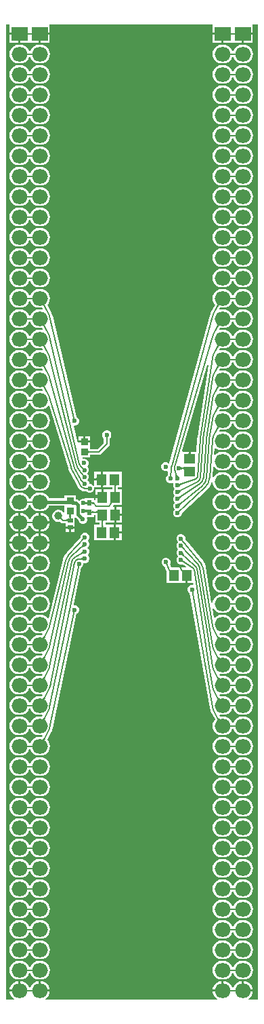
<source format=gbl>
G04*
G04 #@! TF.GenerationSoftware,Altium Limited,Altium Designer,21.8.1 (53)*
G04*
G04 Layer_Physical_Order=3*
G04 Layer_Color=16711680*
%FSLAX25Y25*%
%MOIN*%
G70*
G04*
G04 #@! TF.SameCoordinates,602FFC17-E96E-42ED-876F-BF2310913D4F*
G04*
G04*
G04 #@! TF.FilePolarity,Positive*
G04*
G01*
G75*
%ADD16R,0.02520X0.02362*%
%ADD26C,0.00800*%
%ADD28O,0.07874X0.07087*%
%ADD29R,0.07874X0.07087*%
%ADD30C,0.03937*%
%ADD31C,0.02362*%
%ADD32R,0.03740X0.03347*%
%ADD33R,0.02362X0.02953*%
%ADD34R,0.05118X0.05512*%
%ADD35R,0.04724X0.05512*%
%ADD36R,0.05512X0.05118*%
%ADD37C,0.01500*%
G36*
X449990Y106019D02*
X445256D01*
X445156Y106519D01*
X445185Y106531D01*
X446134Y107260D01*
X446862Y108209D01*
X447320Y109314D01*
X447410Y110000D01*
X442500D01*
Y110500D01*
X442000D01*
Y115068D01*
X440920Y114926D01*
X439815Y114469D01*
X438866Y113740D01*
X438138Y112791D01*
X437771Y111905D01*
X437229D01*
X436862Y112791D01*
X436134Y113740D01*
X435185Y114469D01*
X434080Y114926D01*
X433000Y115068D01*
Y110500D01*
X432500D01*
Y110000D01*
X427590D01*
X427680Y109314D01*
X428138Y108209D01*
X428866Y107260D01*
X429815Y106531D01*
X429844Y106519D01*
X429744Y106019D01*
X345256D01*
X345156Y106519D01*
X345185Y106531D01*
X346134Y107260D01*
X346862Y108209D01*
X347320Y109314D01*
X347410Y110000D01*
X342500D01*
Y110500D01*
X342000D01*
Y115068D01*
X340920Y114926D01*
X339815Y114469D01*
X338866Y113740D01*
X338138Y112791D01*
X337771Y111905D01*
X337229D01*
X336862Y112791D01*
X336134Y113740D01*
X335185Y114469D01*
X334080Y114926D01*
X333000Y115068D01*
Y110500D01*
X332500D01*
Y110000D01*
X327590D01*
X327680Y109314D01*
X328138Y108209D01*
X328866Y107260D01*
X329815Y106531D01*
X329844Y106519D01*
X329744Y106019D01*
X326045D01*
X326045Y584975D01*
X327563D01*
Y581000D01*
X332500D01*
Y580500D01*
X333000D01*
Y575957D01*
X337437D01*
Y575957D01*
X337563D01*
Y575957D01*
X342000D01*
Y580500D01*
X342500D01*
Y581000D01*
X347437D01*
Y584975D01*
X427563D01*
Y581000D01*
X432500D01*
Y580500D01*
X433000D01*
Y575957D01*
X437437D01*
Y575957D01*
X437563D01*
Y575957D01*
X442000D01*
Y580500D01*
X442500D01*
Y581000D01*
X447437D01*
Y584975D01*
X449990D01*
X449990Y106019D01*
D02*
G37*
%LPC*%
G36*
X447437Y580000D02*
X443000D01*
Y575957D01*
X447437D01*
Y580000D01*
D02*
G37*
G36*
X432000D02*
X427563D01*
Y575957D01*
X432000D01*
Y580000D01*
D02*
G37*
G36*
X347437D02*
X343000D01*
Y575957D01*
X347437D01*
Y580000D01*
D02*
G37*
G36*
X332000D02*
X327563D01*
Y575957D01*
X332000D01*
Y580000D01*
D02*
G37*
G36*
X442894Y575082D02*
X442106D01*
X440920Y574926D01*
X439815Y574469D01*
X438866Y573740D01*
X438138Y572791D01*
X437780Y571927D01*
X437220D01*
X436862Y572791D01*
X436134Y573740D01*
X435185Y574469D01*
X434080Y574926D01*
X432894Y575082D01*
X432106D01*
X430920Y574926D01*
X429815Y574469D01*
X428866Y573740D01*
X428138Y572791D01*
X427680Y571686D01*
X427524Y570500D01*
X427680Y569314D01*
X428138Y568209D01*
X428866Y567260D01*
X429815Y566531D01*
X430920Y566074D01*
X432106Y565917D01*
X432894D01*
X434080Y566074D01*
X435185Y566531D01*
X436134Y567260D01*
X436862Y568209D01*
X437220Y569073D01*
X437780D01*
X438138Y568209D01*
X438866Y567260D01*
X439815Y566532D01*
X440920Y566074D01*
X442106Y565917D01*
X442894D01*
X444080Y566074D01*
X445185Y566532D01*
X446134Y567260D01*
X446862Y568209D01*
X447320Y569314D01*
X447476Y570500D01*
X447320Y571686D01*
X446862Y572791D01*
X446134Y573740D01*
X445185Y574469D01*
X444080Y574926D01*
X442894Y575082D01*
D02*
G37*
G36*
X342894Y575082D02*
X342106D01*
X340920Y574926D01*
X339815Y574469D01*
X338866Y573740D01*
X338138Y572791D01*
X337780Y571927D01*
X337220D01*
X336862Y572791D01*
X336134Y573740D01*
X335185Y574469D01*
X334080Y574926D01*
X332894Y575082D01*
X332106D01*
X330920Y574926D01*
X329815Y574469D01*
X328866Y573740D01*
X328138Y572791D01*
X327680Y571686D01*
X327524Y570500D01*
X327680Y569314D01*
X328138Y568209D01*
X328866Y567260D01*
X329815Y566531D01*
X330920Y566074D01*
X332106Y565917D01*
X332894D01*
X334080Y566074D01*
X335185Y566531D01*
X336134Y567260D01*
X336862Y568209D01*
X337220Y569073D01*
X337780D01*
X338138Y568209D01*
X338866Y567260D01*
X339815Y566531D01*
X340920Y566074D01*
X342106Y565917D01*
X342894D01*
X344080Y566074D01*
X345185Y566531D01*
X346134Y567260D01*
X346862Y568209D01*
X347320Y569314D01*
X347476Y570500D01*
X347320Y571686D01*
X346862Y572791D01*
X346134Y573740D01*
X345185Y574469D01*
X344080Y574926D01*
X342894Y575082D01*
D02*
G37*
G36*
X442894Y565083D02*
X442106D01*
X440920Y564926D01*
X439815Y564469D01*
X438866Y563740D01*
X438138Y562791D01*
X437780Y561927D01*
X437220D01*
X436862Y562791D01*
X436134Y563740D01*
X435185Y564469D01*
X434080Y564926D01*
X432894Y565083D01*
X432106D01*
X430920Y564926D01*
X429815Y564469D01*
X428866Y563740D01*
X428138Y562791D01*
X427680Y561686D01*
X427524Y560500D01*
X427680Y559314D01*
X428138Y558209D01*
X428866Y557260D01*
X429815Y556531D01*
X430920Y556074D01*
X432106Y555918D01*
X432894D01*
X434080Y556074D01*
X435185Y556531D01*
X436134Y557260D01*
X436862Y558209D01*
X437220Y559073D01*
X437780D01*
X438138Y558209D01*
X438866Y557260D01*
X439815Y556531D01*
X440920Y556074D01*
X442106Y555918D01*
X442894D01*
X444080Y556074D01*
X445185Y556531D01*
X446134Y557260D01*
X446862Y558209D01*
X447320Y559314D01*
X447476Y560500D01*
X447320Y561686D01*
X446862Y562791D01*
X446134Y563740D01*
X445185Y564469D01*
X444080Y564926D01*
X442894Y565083D01*
D02*
G37*
G36*
X342894Y565083D02*
X342106D01*
X340920Y564926D01*
X339815Y564469D01*
X338866Y563740D01*
X338138Y562791D01*
X337780Y561927D01*
X337220D01*
X336862Y562791D01*
X336134Y563740D01*
X335185Y564469D01*
X334080Y564926D01*
X332894Y565083D01*
X332106D01*
X330920Y564926D01*
X329815Y564469D01*
X328866Y563740D01*
X328138Y562791D01*
X327680Y561686D01*
X327524Y560500D01*
X327680Y559314D01*
X328138Y558209D01*
X328866Y557260D01*
X329815Y556531D01*
X330920Y556074D01*
X332106Y555918D01*
X332894D01*
X334080Y556074D01*
X335185Y556531D01*
X336134Y557260D01*
X336862Y558209D01*
X337220Y559073D01*
X337780D01*
X338138Y558209D01*
X338866Y557260D01*
X339815Y556531D01*
X340920Y556074D01*
X342106Y555918D01*
X342894D01*
X344080Y556074D01*
X345185Y556531D01*
X346134Y557260D01*
X346862Y558209D01*
X347320Y559314D01*
X347476Y560500D01*
X347320Y561686D01*
X346862Y562791D01*
X346134Y563740D01*
X345185Y564469D01*
X344080Y564926D01*
X342894Y565083D01*
D02*
G37*
G36*
X442894Y555083D02*
X442106D01*
X440920Y554926D01*
X439815Y554469D01*
X438866Y553740D01*
X438138Y552791D01*
X437780Y551927D01*
X437220D01*
X436862Y552791D01*
X436134Y553740D01*
X435185Y554469D01*
X434080Y554926D01*
X432894Y555083D01*
X432106D01*
X430920Y554926D01*
X429815Y554469D01*
X428866Y553740D01*
X428138Y552791D01*
X427680Y551686D01*
X427524Y550500D01*
X427680Y549314D01*
X428138Y548209D01*
X428866Y547260D01*
X429815Y546531D01*
X430920Y546074D01*
X432106Y545918D01*
X432894D01*
X434080Y546074D01*
X435185Y546531D01*
X436134Y547260D01*
X436862Y548209D01*
X437220Y549073D01*
X437780D01*
X438138Y548209D01*
X438866Y547260D01*
X439815Y546531D01*
X440920Y546074D01*
X442106Y545918D01*
X442894D01*
X444080Y546074D01*
X445185Y546531D01*
X446134Y547260D01*
X446862Y548209D01*
X447320Y549314D01*
X447476Y550500D01*
X447320Y551686D01*
X446862Y552791D01*
X446134Y553740D01*
X445185Y554469D01*
X444080Y554926D01*
X442894Y555083D01*
D02*
G37*
G36*
X342894Y555083D02*
X342106D01*
X340920Y554926D01*
X339815Y554469D01*
X338866Y553740D01*
X338138Y552791D01*
X337780Y551927D01*
X337220D01*
X336862Y552791D01*
X336134Y553740D01*
X335185Y554469D01*
X334080Y554926D01*
X332894Y555083D01*
X332106D01*
X330920Y554926D01*
X329815Y554469D01*
X328866Y553740D01*
X328138Y552791D01*
X327680Y551686D01*
X327524Y550500D01*
X327680Y549314D01*
X328138Y548209D01*
X328866Y547260D01*
X329815Y546531D01*
X330920Y546074D01*
X332106Y545918D01*
X332894D01*
X334080Y546074D01*
X335185Y546531D01*
X336134Y547260D01*
X336862Y548209D01*
X337220Y549073D01*
X337780D01*
X338138Y548209D01*
X338866Y547260D01*
X339815Y546531D01*
X340920Y546074D01*
X342106Y545918D01*
X342894D01*
X344080Y546074D01*
X345185Y546531D01*
X346134Y547260D01*
X346862Y548209D01*
X347320Y549314D01*
X347476Y550500D01*
X347320Y551686D01*
X346862Y552791D01*
X346134Y553740D01*
X345185Y554469D01*
X344080Y554926D01*
X342894Y555083D01*
D02*
G37*
G36*
X442894Y545083D02*
X442106D01*
X440920Y544926D01*
X439815Y544469D01*
X438866Y543740D01*
X438138Y542791D01*
X437780Y541927D01*
X437220D01*
X436862Y542791D01*
X436134Y543740D01*
X435185Y544469D01*
X434080Y544926D01*
X432894Y545083D01*
X432106D01*
X430920Y544926D01*
X429815Y544469D01*
X428866Y543740D01*
X428138Y542791D01*
X427680Y541686D01*
X427524Y540500D01*
X427680Y539314D01*
X428138Y538209D01*
X428866Y537260D01*
X429815Y536531D01*
X430920Y536074D01*
X432106Y535918D01*
X432894D01*
X434080Y536074D01*
X435185Y536531D01*
X436134Y537260D01*
X436862Y538209D01*
X437220Y539073D01*
X437780D01*
X438138Y538209D01*
X438866Y537260D01*
X439815Y536531D01*
X440920Y536074D01*
X442106Y535918D01*
X442894D01*
X444080Y536074D01*
X445185Y536531D01*
X446134Y537260D01*
X446862Y538209D01*
X447320Y539314D01*
X447476Y540500D01*
X447320Y541686D01*
X446862Y542791D01*
X446134Y543740D01*
X445185Y544469D01*
X444080Y544926D01*
X442894Y545083D01*
D02*
G37*
G36*
X332894D02*
X332106D01*
X330920Y544926D01*
X329815Y544469D01*
X328866Y543740D01*
X328138Y542791D01*
X327680Y541686D01*
X327524Y540500D01*
X327680Y539314D01*
X328138Y538209D01*
X328866Y537260D01*
X329815Y536531D01*
X330920Y536074D01*
X332106Y535918D01*
X332894D01*
X334080Y536074D01*
X335185Y536531D01*
X336134Y537260D01*
X336862Y538209D01*
X337220Y539073D01*
X337780D01*
X338138Y538209D01*
X338866Y537260D01*
X339815Y536531D01*
X340920Y536074D01*
X342106Y535918D01*
X342894D01*
X344080Y536074D01*
X345185Y536531D01*
X346134Y537260D01*
X346862Y538209D01*
X347320Y539314D01*
X347476Y540500D01*
X347320Y541686D01*
X346862Y542791D01*
X346134Y543740D01*
X345185Y544469D01*
X344080Y544926D01*
X342894Y545083D01*
X342106D01*
X340920Y544926D01*
X339815Y544469D01*
X338866Y543740D01*
X338138Y542791D01*
X337780Y541927D01*
X337220D01*
X336862Y542791D01*
X336134Y543740D01*
X335185Y544469D01*
X334080Y544926D01*
X332894Y545083D01*
D02*
G37*
G36*
X442894Y535082D02*
X442106D01*
X440920Y534926D01*
X439815Y534469D01*
X438866Y533740D01*
X438138Y532791D01*
X437780Y531927D01*
X437220D01*
X436862Y532791D01*
X436134Y533740D01*
X435185Y534469D01*
X434080Y534926D01*
X432894Y535082D01*
X432106D01*
X430920Y534926D01*
X429815Y534469D01*
X428866Y533740D01*
X428138Y532791D01*
X427680Y531686D01*
X427524Y530500D01*
X427680Y529314D01*
X428138Y528209D01*
X428866Y527260D01*
X429815Y526531D01*
X430920Y526074D01*
X432106Y525917D01*
X432894D01*
X434080Y526074D01*
X435185Y526531D01*
X436134Y527260D01*
X436862Y528209D01*
X437220Y529073D01*
X437780D01*
X438138Y528209D01*
X438866Y527260D01*
X439815Y526531D01*
X440920Y526074D01*
X442106Y525917D01*
X442894D01*
X444080Y526074D01*
X445185Y526531D01*
X446134Y527260D01*
X446862Y528209D01*
X447320Y529314D01*
X447476Y530500D01*
X447320Y531686D01*
X446862Y532791D01*
X446134Y533740D01*
X445185Y534469D01*
X444080Y534926D01*
X442894Y535082D01*
D02*
G37*
G36*
X342894D02*
X342106D01*
X340920Y534926D01*
X339815Y534469D01*
X338866Y533740D01*
X338138Y532791D01*
X337780Y531927D01*
X337220D01*
X336862Y532791D01*
X336134Y533740D01*
X335185Y534469D01*
X334080Y534926D01*
X332894Y535082D01*
X332106D01*
X330920Y534926D01*
X329815Y534469D01*
X328866Y533740D01*
X328138Y532791D01*
X327680Y531686D01*
X327524Y530500D01*
X327680Y529314D01*
X328138Y528209D01*
X328866Y527260D01*
X329815Y526531D01*
X330920Y526074D01*
X332106Y525917D01*
X332894D01*
X334080Y526074D01*
X335185Y526531D01*
X336134Y527260D01*
X336862Y528209D01*
X337220Y529073D01*
X337780D01*
X338138Y528209D01*
X338866Y527260D01*
X339815Y526531D01*
X340920Y526074D01*
X342106Y525917D01*
X342894D01*
X344080Y526074D01*
X345185Y526531D01*
X346134Y527260D01*
X346862Y528209D01*
X347320Y529314D01*
X347476Y530500D01*
X347320Y531686D01*
X346862Y532791D01*
X346134Y533740D01*
X345185Y534469D01*
X344080Y534926D01*
X342894Y535082D01*
D02*
G37*
G36*
X442894Y525082D02*
X442106D01*
X440920Y524926D01*
X439815Y524469D01*
X438866Y523740D01*
X438138Y522791D01*
X437780Y521927D01*
X437220D01*
X436862Y522791D01*
X436134Y523740D01*
X435185Y524469D01*
X434080Y524926D01*
X432894Y525082D01*
X432106D01*
X430920Y524926D01*
X429815Y524469D01*
X428866Y523740D01*
X428138Y522791D01*
X427680Y521686D01*
X427524Y520500D01*
X427680Y519314D01*
X428138Y518209D01*
X428866Y517260D01*
X429815Y516531D01*
X430920Y516074D01*
X432106Y515917D01*
X432894D01*
X434080Y516074D01*
X435185Y516531D01*
X436134Y517260D01*
X436862Y518209D01*
X437220Y519073D01*
X437780D01*
X438138Y518209D01*
X438866Y517260D01*
X439815Y516532D01*
X440920Y516074D01*
X442106Y515917D01*
X442894D01*
X444080Y516074D01*
X445185Y516532D01*
X446134Y517260D01*
X446862Y518209D01*
X447320Y519314D01*
X447476Y520500D01*
X447320Y521686D01*
X446862Y522791D01*
X446134Y523740D01*
X445185Y524469D01*
X444080Y524926D01*
X442894Y525082D01*
D02*
G37*
G36*
X342894Y525082D02*
X342106D01*
X340920Y524926D01*
X339815Y524469D01*
X338866Y523740D01*
X338138Y522791D01*
X337780Y521927D01*
X337220D01*
X336862Y522791D01*
X336134Y523740D01*
X335185Y524469D01*
X334080Y524926D01*
X332894Y525082D01*
X332106D01*
X330920Y524926D01*
X329815Y524469D01*
X328866Y523740D01*
X328138Y522791D01*
X327680Y521686D01*
X327524Y520500D01*
X327680Y519314D01*
X328138Y518209D01*
X328866Y517260D01*
X329815Y516531D01*
X330920Y516074D01*
X332106Y515917D01*
X332894D01*
X334080Y516074D01*
X335185Y516531D01*
X336134Y517260D01*
X336862Y518209D01*
X337220Y519073D01*
X337780D01*
X338138Y518209D01*
X338866Y517260D01*
X339815Y516531D01*
X340920Y516074D01*
X342106Y515917D01*
X342894D01*
X344080Y516074D01*
X345185Y516531D01*
X346134Y517260D01*
X346862Y518209D01*
X347320Y519314D01*
X347476Y520500D01*
X347320Y521686D01*
X346862Y522791D01*
X346134Y523740D01*
X345185Y524469D01*
X344080Y524926D01*
X342894Y525082D01*
D02*
G37*
G36*
X442894Y515083D02*
X442106D01*
X440920Y514926D01*
X439815Y514469D01*
X438866Y513740D01*
X438138Y512791D01*
X437780Y511927D01*
X437220D01*
X436862Y512791D01*
X436134Y513740D01*
X435185Y514469D01*
X434080Y514926D01*
X432894Y515083D01*
X432106D01*
X430920Y514926D01*
X429815Y514469D01*
X428866Y513740D01*
X428138Y512791D01*
X427680Y511686D01*
X427524Y510500D01*
X427680Y509314D01*
X428138Y508209D01*
X428866Y507260D01*
X429815Y506531D01*
X430920Y506074D01*
X432106Y505918D01*
X432894D01*
X434080Y506074D01*
X435185Y506531D01*
X436134Y507260D01*
X436862Y508209D01*
X437220Y509073D01*
X437780D01*
X438138Y508209D01*
X438866Y507260D01*
X439815Y506531D01*
X440920Y506074D01*
X442106Y505918D01*
X442894D01*
X444080Y506074D01*
X445185Y506531D01*
X446134Y507260D01*
X446862Y508209D01*
X447320Y509314D01*
X447476Y510500D01*
X447320Y511686D01*
X446862Y512791D01*
X446134Y513740D01*
X445185Y514469D01*
X444080Y514926D01*
X442894Y515083D01*
D02*
G37*
G36*
X342894Y515083D02*
X342106D01*
X340920Y514926D01*
X339815Y514469D01*
X338866Y513740D01*
X338138Y512791D01*
X337780Y511927D01*
X337220D01*
X336862Y512791D01*
X336134Y513740D01*
X335185Y514469D01*
X334080Y514926D01*
X332894Y515083D01*
X332106D01*
X330920Y514926D01*
X329815Y514469D01*
X328866Y513740D01*
X328138Y512791D01*
X327680Y511686D01*
X327524Y510500D01*
X327680Y509314D01*
X328138Y508209D01*
X328866Y507260D01*
X329815Y506531D01*
X330920Y506074D01*
X332106Y505918D01*
X332894D01*
X334080Y506074D01*
X335185Y506531D01*
X336134Y507260D01*
X336862Y508209D01*
X337220Y509073D01*
X337780D01*
X338138Y508209D01*
X338866Y507260D01*
X339815Y506531D01*
X340920Y506074D01*
X342106Y505918D01*
X342894D01*
X344080Y506074D01*
X345185Y506531D01*
X346134Y507260D01*
X346862Y508209D01*
X347320Y509314D01*
X347476Y510500D01*
X347320Y511686D01*
X346862Y512791D01*
X346134Y513740D01*
X345185Y514469D01*
X344080Y514926D01*
X342894Y515083D01*
D02*
G37*
G36*
X442894Y505083D02*
X442106D01*
X440920Y504926D01*
X439815Y504469D01*
X438866Y503740D01*
X438138Y502791D01*
X437780Y501927D01*
X437220D01*
X436862Y502791D01*
X436134Y503740D01*
X435185Y504469D01*
X434080Y504926D01*
X432894Y505083D01*
X432106D01*
X430920Y504926D01*
X429815Y504469D01*
X428866Y503740D01*
X428138Y502791D01*
X427680Y501686D01*
X427524Y500500D01*
X427680Y499314D01*
X428138Y498209D01*
X428866Y497260D01*
X429815Y496531D01*
X430920Y496074D01*
X432106Y495918D01*
X432894D01*
X434080Y496074D01*
X435185Y496531D01*
X436134Y497260D01*
X436862Y498209D01*
X437220Y499073D01*
X437780D01*
X438138Y498209D01*
X438866Y497260D01*
X439815Y496531D01*
X440920Y496074D01*
X442106Y495918D01*
X442894D01*
X444080Y496074D01*
X445185Y496531D01*
X446134Y497260D01*
X446862Y498209D01*
X447320Y499314D01*
X447476Y500500D01*
X447320Y501686D01*
X446862Y502791D01*
X446134Y503740D01*
X445185Y504469D01*
X444080Y504926D01*
X442894Y505083D01*
D02*
G37*
G36*
X342894Y505083D02*
X342106D01*
X340920Y504926D01*
X339815Y504469D01*
X338866Y503740D01*
X338138Y502791D01*
X337780Y501927D01*
X337220D01*
X336862Y502791D01*
X336134Y503740D01*
X335185Y504468D01*
X334080Y504926D01*
X332894Y505083D01*
X332106D01*
X330920Y504926D01*
X329815Y504468D01*
X328866Y503740D01*
X328138Y502791D01*
X327680Y501686D01*
X327524Y500500D01*
X327680Y499314D01*
X328138Y498209D01*
X328866Y497260D01*
X329815Y496531D01*
X330920Y496074D01*
X332106Y495918D01*
X332894D01*
X334080Y496074D01*
X335185Y496531D01*
X336134Y497260D01*
X336862Y498209D01*
X337220Y499073D01*
X337780D01*
X338138Y498209D01*
X338866Y497260D01*
X339815Y496531D01*
X340920Y496074D01*
X342106Y495918D01*
X342894D01*
X344080Y496074D01*
X345185Y496531D01*
X346134Y497260D01*
X346862Y498209D01*
X347320Y499314D01*
X347476Y500500D01*
X347320Y501686D01*
X346862Y502791D01*
X346134Y503740D01*
X345185Y504469D01*
X344080Y504926D01*
X342894Y505083D01*
D02*
G37*
G36*
X442894Y495083D02*
X442106D01*
X440920Y494926D01*
X439815Y494469D01*
X438866Y493740D01*
X438138Y492791D01*
X437780Y491927D01*
X437220D01*
X436862Y492791D01*
X436134Y493740D01*
X435185Y494469D01*
X434080Y494926D01*
X432894Y495083D01*
X432106D01*
X430920Y494926D01*
X429815Y494469D01*
X428866Y493740D01*
X428138Y492791D01*
X427680Y491686D01*
X427524Y490500D01*
X427680Y489314D01*
X428138Y488209D01*
X428866Y487260D01*
X429815Y486531D01*
X430920Y486074D01*
X432106Y485918D01*
X432894D01*
X434080Y486074D01*
X435185Y486531D01*
X436134Y487260D01*
X436862Y488209D01*
X437220Y489073D01*
X437780D01*
X438138Y488209D01*
X438866Y487260D01*
X439815Y486531D01*
X440920Y486074D01*
X442106Y485918D01*
X442894D01*
X444080Y486074D01*
X445185Y486531D01*
X446134Y487260D01*
X446862Y488209D01*
X447320Y489314D01*
X447476Y490500D01*
X447320Y491686D01*
X446862Y492791D01*
X446134Y493740D01*
X445185Y494469D01*
X444080Y494926D01*
X442894Y495083D01*
D02*
G37*
G36*
X332894D02*
X332106D01*
X330920Y494926D01*
X329815Y494469D01*
X328866Y493740D01*
X328138Y492791D01*
X327680Y491686D01*
X327524Y490500D01*
X327680Y489314D01*
X328138Y488209D01*
X328866Y487260D01*
X329815Y486531D01*
X330920Y486074D01*
X332106Y485918D01*
X332894D01*
X334080Y486074D01*
X335185Y486531D01*
X336134Y487260D01*
X336862Y488209D01*
X337220Y489073D01*
X337780D01*
X338138Y488209D01*
X338866Y487260D01*
X339815Y486531D01*
X340920Y486074D01*
X342106Y485918D01*
X342894D01*
X344080Y486074D01*
X345185Y486531D01*
X346134Y487260D01*
X346862Y488209D01*
X347320Y489314D01*
X347476Y490500D01*
X347320Y491686D01*
X346862Y492791D01*
X346134Y493740D01*
X345185Y494469D01*
X344080Y494926D01*
X342894Y495083D01*
X342106D01*
X340920Y494926D01*
X339815Y494469D01*
X338866Y493740D01*
X338138Y492791D01*
X337780Y491927D01*
X337220D01*
X336862Y492791D01*
X336134Y493740D01*
X335185Y494469D01*
X334080Y494926D01*
X332894Y495083D01*
D02*
G37*
G36*
X342894Y485082D02*
X342106D01*
X340920Y484926D01*
X339815Y484469D01*
X338866Y483740D01*
X338138Y482791D01*
X337780Y481927D01*
X337220D01*
X336862Y482791D01*
X336134Y483740D01*
X335185Y484469D01*
X334080Y484926D01*
X332894Y485082D01*
X332106D01*
X330920Y484926D01*
X329815Y484469D01*
X328866Y483740D01*
X328138Y482791D01*
X327680Y481686D01*
X327524Y480500D01*
X327680Y479314D01*
X328138Y478209D01*
X328866Y477260D01*
X329815Y476531D01*
X330920Y476074D01*
X332106Y475917D01*
X332894D01*
X334080Y476074D01*
X335185Y476531D01*
X336134Y477260D01*
X336862Y478209D01*
X337220Y479073D01*
X337780D01*
X338138Y478209D01*
X338866Y477260D01*
X339815Y476531D01*
X340920Y476074D01*
X342106Y475917D01*
X342894D01*
X344080Y476074D01*
X345185Y476531D01*
X346134Y477260D01*
X346862Y478209D01*
X347320Y479314D01*
X347476Y480500D01*
X347320Y481686D01*
X346862Y482791D01*
X346134Y483740D01*
X345185Y484469D01*
X344080Y484926D01*
X342894Y485082D01*
D02*
G37*
G36*
X442894Y485082D02*
X442106D01*
X440920Y484926D01*
X439815Y484469D01*
X438866Y483740D01*
X438138Y482791D01*
X437780Y481927D01*
X437220D01*
X436862Y482791D01*
X436134Y483740D01*
X435185Y484469D01*
X434080Y484926D01*
X432894Y485082D01*
X432106D01*
X430920Y484926D01*
X429815Y484469D01*
X428866Y483740D01*
X428138Y482791D01*
X427680Y481686D01*
X427524Y480500D01*
X427680Y479314D01*
X428138Y478209D01*
X428866Y477260D01*
X429815Y476531D01*
X430920Y476074D01*
X432106Y475917D01*
X432894D01*
X434080Y476074D01*
X435185Y476531D01*
X436134Y477260D01*
X436862Y478209D01*
X437220Y479073D01*
X437780D01*
X438138Y478209D01*
X438866Y477260D01*
X439815Y476532D01*
X440920Y476074D01*
X442106Y475917D01*
X442894D01*
X444080Y476074D01*
X445185Y476532D01*
X446134Y477260D01*
X446862Y478209D01*
X447320Y479314D01*
X447476Y480500D01*
X447320Y481686D01*
X446862Y482791D01*
X446134Y483740D01*
X445185Y484469D01*
X444080Y484926D01*
X442894Y485082D01*
D02*
G37*
G36*
Y475082D02*
X442106D01*
X440920Y474926D01*
X439815Y474469D01*
X438866Y473740D01*
X438138Y472791D01*
X437780Y471927D01*
X437220D01*
X436862Y472791D01*
X436134Y473740D01*
X435185Y474469D01*
X434080Y474926D01*
X432894Y475082D01*
X432106D01*
X430920Y474926D01*
X429815Y474469D01*
X428866Y473740D01*
X428138Y472791D01*
X427680Y471686D01*
X427524Y470500D01*
X427680Y469314D01*
X428138Y468209D01*
X428866Y467260D01*
X429815Y466531D01*
X430920Y466074D01*
X432106Y465917D01*
X432894D01*
X434080Y466074D01*
X435185Y466531D01*
X436134Y467260D01*
X436862Y468209D01*
X437220Y469073D01*
X437780D01*
X438138Y468209D01*
X438866Y467260D01*
X439815Y466532D01*
X440920Y466074D01*
X442106Y465917D01*
X442894D01*
X444080Y466074D01*
X445185Y466532D01*
X446134Y467260D01*
X446862Y468209D01*
X447320Y469314D01*
X447476Y470500D01*
X447320Y471686D01*
X446862Y472791D01*
X446134Y473740D01*
X445185Y474469D01*
X444080Y474926D01*
X442894Y475082D01*
D02*
G37*
G36*
X342894Y475082D02*
X342106D01*
X340920Y474926D01*
X339815Y474469D01*
X338866Y473740D01*
X338138Y472791D01*
X337780Y471927D01*
X337220D01*
X336862Y472791D01*
X336134Y473740D01*
X335185Y474469D01*
X334080Y474926D01*
X332894Y475082D01*
X332106D01*
X330920Y474926D01*
X329815Y474469D01*
X328866Y473740D01*
X328138Y472791D01*
X327680Y471686D01*
X327524Y470500D01*
X327680Y469314D01*
X328138Y468209D01*
X328866Y467260D01*
X329815Y466531D01*
X330920Y466074D01*
X332106Y465917D01*
X332894D01*
X334080Y466074D01*
X335185Y466531D01*
X336134Y467260D01*
X336862Y468209D01*
X337220Y469073D01*
X337780D01*
X338138Y468209D01*
X338866Y467260D01*
X339815Y466531D01*
X340920Y466074D01*
X342106Y465917D01*
X342894D01*
X344080Y466074D01*
X345185Y466531D01*
X346134Y467260D01*
X346862Y468209D01*
X347320Y469314D01*
X347476Y470500D01*
X347320Y471686D01*
X346862Y472791D01*
X346134Y473740D01*
X345185Y474469D01*
X344080Y474926D01*
X342894Y475082D01*
D02*
G37*
G36*
X442894Y465083D02*
X442106D01*
X440920Y464926D01*
X439815Y464469D01*
X438866Y463740D01*
X438138Y462791D01*
X437780Y461927D01*
X437220D01*
X436862Y462791D01*
X436134Y463740D01*
X435185Y464469D01*
X434080Y464926D01*
X432894Y465083D01*
X432106D01*
X430920Y464926D01*
X429815Y464469D01*
X428866Y463740D01*
X428138Y462791D01*
X427680Y461686D01*
X427524Y460500D01*
X427680Y459314D01*
X428138Y458209D01*
X428866Y457260D01*
X429815Y456531D01*
X430920Y456074D01*
X432106Y455918D01*
X432894D01*
X434080Y456074D01*
X435185Y456531D01*
X436134Y457260D01*
X436862Y458209D01*
X437220Y459073D01*
X437780D01*
X438138Y458209D01*
X438866Y457260D01*
X439815Y456531D01*
X440920Y456074D01*
X442106Y455918D01*
X442894D01*
X444080Y456074D01*
X445185Y456531D01*
X446134Y457260D01*
X446862Y458209D01*
X447320Y459314D01*
X447476Y460500D01*
X447320Y461686D01*
X446862Y462791D01*
X446134Y463740D01*
X445185Y464469D01*
X444080Y464926D01*
X442894Y465083D01*
D02*
G37*
G36*
X342894Y465083D02*
X342106D01*
X340920Y464926D01*
X339815Y464469D01*
X338866Y463740D01*
X338138Y462791D01*
X337780Y461927D01*
X337220D01*
X336862Y462791D01*
X336134Y463740D01*
X335185Y464469D01*
X334080Y464926D01*
X332894Y465083D01*
X332106D01*
X330920Y464926D01*
X329815Y464469D01*
X328866Y463740D01*
X328138Y462791D01*
X327680Y461686D01*
X327524Y460500D01*
X327680Y459314D01*
X328138Y458209D01*
X328866Y457260D01*
X329815Y456531D01*
X330920Y456074D01*
X332106Y455918D01*
X332894D01*
X334080Y456074D01*
X335185Y456531D01*
X336134Y457260D01*
X336862Y458209D01*
X337220Y459073D01*
X337780D01*
X338138Y458209D01*
X338866Y457260D01*
X339815Y456531D01*
X340920Y456074D01*
X342106Y455918D01*
X342894D01*
X344080Y456074D01*
X345185Y456531D01*
X346134Y457260D01*
X346862Y458209D01*
X347320Y459314D01*
X347476Y460500D01*
X347320Y461686D01*
X346862Y462791D01*
X346134Y463740D01*
X345185Y464469D01*
X344080Y464926D01*
X342894Y465083D01*
D02*
G37*
G36*
X442894Y455083D02*
X442106D01*
X440920Y454926D01*
X439815Y454469D01*
X438866Y453740D01*
X438138Y452791D01*
X437780Y451927D01*
X437220D01*
X436862Y452791D01*
X436134Y453740D01*
X435185Y454469D01*
X434080Y454926D01*
X432894Y455083D01*
X432106D01*
X430920Y454926D01*
X429815Y454469D01*
X428866Y453740D01*
X428138Y452791D01*
X427680Y451686D01*
X427524Y450500D01*
X427680Y449314D01*
X428138Y448209D01*
X428824Y447314D01*
X426730Y443319D01*
X426692Y443190D01*
X426496Y442824D01*
X426318Y442236D01*
X426251Y442102D01*
X406408Y369588D01*
X405925Y369460D01*
X405735Y369649D01*
X404934Y369981D01*
X404066D01*
X403265Y369649D01*
X402651Y369036D01*
X402319Y368234D01*
Y367366D01*
X402651Y366564D01*
X403265Y365951D01*
X404066Y365619D01*
X404934D01*
X405274Y365760D01*
X405749Y365415D01*
X405611Y363696D01*
X405051Y363136D01*
X404719Y362334D01*
Y361466D01*
X405051Y360665D01*
X405664Y360051D01*
X406466Y359719D01*
X407334D01*
X407971Y359983D01*
X408364Y359627D01*
X408119Y359034D01*
Y358166D01*
X408451Y357365D01*
X408897Y356919D01*
X408451Y356473D01*
X408119Y355672D01*
Y354804D01*
X408451Y354002D01*
X408897Y353557D01*
X408451Y353111D01*
X408119Y352309D01*
Y351442D01*
X408451Y350640D01*
X408897Y350195D01*
X408451Y349749D01*
X408119Y348947D01*
Y348080D01*
X408451Y347278D01*
X408922Y346807D01*
X408451Y346336D01*
X408119Y345534D01*
Y344666D01*
X408451Y343864D01*
X409064Y343251D01*
X409866Y342919D01*
X410734D01*
X411536Y343251D01*
X412149Y343864D01*
X412481Y344666D01*
Y345166D01*
X424826Y356513D01*
X424860Y356558D01*
X425095Y356752D01*
X426158Y358046D01*
X426947Y359523D01*
X427087Y359986D01*
X427597Y359944D01*
X427680Y359314D01*
X428138Y358209D01*
X428866Y357260D01*
X429815Y356531D01*
X430920Y356074D01*
X432106Y355918D01*
X432894D01*
X434080Y356074D01*
X435185Y356531D01*
X436134Y357260D01*
X436862Y358209D01*
X437220Y359073D01*
X437780D01*
X438138Y358209D01*
X438866Y357260D01*
X439815Y356531D01*
X440920Y356074D01*
X442106Y355918D01*
X442894D01*
X444080Y356074D01*
X445185Y356531D01*
X446134Y357260D01*
X446862Y358209D01*
X447320Y359314D01*
X447476Y360500D01*
X447320Y361686D01*
X446862Y362791D01*
X446134Y363740D01*
X445185Y364469D01*
X444080Y364926D01*
X442894Y365083D01*
X442106D01*
X440920Y364926D01*
X439815Y364469D01*
X438866Y363740D01*
X438138Y362791D01*
X437780Y361927D01*
X437220D01*
X436862Y362791D01*
X436134Y363740D01*
X435185Y364469D01*
X434080Y364926D01*
X432894Y365083D01*
X432106D01*
X430920Y364926D01*
X429815Y364469D01*
X428866Y363740D01*
X428138Y362791D01*
X428100Y362701D01*
X427607Y362817D01*
X427954Y367627D01*
X428466Y367780D01*
X428866Y367260D01*
X429815Y366531D01*
X430920Y366074D01*
X432106Y365917D01*
X432894D01*
X434080Y366074D01*
X435185Y366531D01*
X436134Y367260D01*
X436862Y368209D01*
X437220Y369073D01*
X437780D01*
X438138Y368209D01*
X438866Y367260D01*
X439815Y366531D01*
X440920Y366074D01*
X442106Y365917D01*
X442894D01*
X444080Y366074D01*
X445185Y366531D01*
X446134Y367260D01*
X446862Y368209D01*
X447320Y369314D01*
X447476Y370500D01*
X447320Y371686D01*
X446862Y372791D01*
X446134Y373740D01*
X445185Y374469D01*
X444080Y374926D01*
X442894Y375082D01*
X442106D01*
X440920Y374926D01*
X439815Y374469D01*
X438866Y373740D01*
X438138Y372791D01*
X437780Y371927D01*
X437220D01*
X436862Y372791D01*
X436134Y373740D01*
X435185Y374469D01*
X434080Y374926D01*
X432894Y375082D01*
X432106D01*
X430920Y374926D01*
X429815Y374469D01*
X428898Y373765D01*
X428695Y373805D01*
X428407Y373915D01*
X428617Y376821D01*
X429135Y377053D01*
X429815Y376531D01*
X430920Y376074D01*
X432106Y375918D01*
X432894D01*
X434080Y376074D01*
X435185Y376531D01*
X436134Y377260D01*
X436862Y378209D01*
X437220Y379073D01*
X437780D01*
X438138Y378209D01*
X438866Y377260D01*
X439815Y376531D01*
X440920Y376074D01*
X442106Y375918D01*
X442894D01*
X444080Y376074D01*
X445185Y376531D01*
X446134Y377260D01*
X446862Y378209D01*
X447320Y379314D01*
X447476Y380500D01*
X447320Y381686D01*
X446862Y382791D01*
X446134Y383740D01*
X445185Y384469D01*
X444080Y384926D01*
X442894Y385083D01*
X442106D01*
X440920Y384926D01*
X439815Y384469D01*
X438866Y383740D01*
X438138Y382791D01*
X437780Y381927D01*
X437220D01*
X436862Y382791D01*
X436134Y383740D01*
X435185Y384469D01*
X434080Y384926D01*
X432894Y385083D01*
X432106D01*
X431393Y384989D01*
X431071Y385451D01*
X431367Y386015D01*
X432106Y385917D01*
X432894D01*
X434080Y386074D01*
X435185Y386531D01*
X436134Y387260D01*
X436862Y388209D01*
X437220Y389073D01*
X437780D01*
X438138Y388209D01*
X438866Y387260D01*
X439815Y386531D01*
X440920Y386074D01*
X442106Y385917D01*
X442894D01*
X444080Y386074D01*
X445185Y386531D01*
X446134Y387260D01*
X446862Y388209D01*
X447320Y389314D01*
X447476Y390500D01*
X447320Y391686D01*
X446862Y392791D01*
X446134Y393740D01*
X445185Y394469D01*
X444080Y394926D01*
X442894Y395082D01*
X442106D01*
X440920Y394926D01*
X439815Y394469D01*
X438866Y393740D01*
X438138Y392791D01*
X437780Y391927D01*
X437220D01*
X436862Y392791D01*
X436134Y393740D01*
X435185Y394469D01*
X434080Y394926D01*
X432894Y395082D01*
X432106D01*
X431393Y394989D01*
X431071Y395450D01*
X431367Y396015D01*
X432106Y395918D01*
X432894D01*
X434080Y396074D01*
X435185Y396531D01*
X436134Y397260D01*
X436862Y398209D01*
X437220Y399073D01*
X437780D01*
X438138Y398209D01*
X438866Y397260D01*
X439815Y396531D01*
X440920Y396074D01*
X442106Y395918D01*
X442894D01*
X444080Y396074D01*
X445185Y396531D01*
X446134Y397260D01*
X446862Y398209D01*
X447320Y399314D01*
X447476Y400500D01*
X447320Y401686D01*
X446862Y402791D01*
X446134Y403740D01*
X445185Y404469D01*
X444080Y404926D01*
X442894Y405083D01*
X442106D01*
X440920Y404926D01*
X439815Y404469D01*
X438866Y403740D01*
X438138Y402791D01*
X437780Y401927D01*
X437220D01*
X436862Y402791D01*
X436134Y403740D01*
X435185Y404469D01*
X434080Y404926D01*
X432894Y405083D01*
X432106D01*
X431393Y404989D01*
X431071Y405450D01*
X431367Y406015D01*
X432106Y405918D01*
X432894D01*
X434080Y406074D01*
X435185Y406531D01*
X436134Y407260D01*
X436862Y408209D01*
X437220Y409073D01*
X437780D01*
X438138Y408209D01*
X438866Y407260D01*
X439815Y406531D01*
X440920Y406074D01*
X442106Y405918D01*
X442894D01*
X444080Y406074D01*
X445185Y406531D01*
X446134Y407260D01*
X446862Y408209D01*
X447320Y409314D01*
X447476Y410500D01*
X447320Y411686D01*
X446862Y412791D01*
X446134Y413740D01*
X445185Y414469D01*
X444080Y414926D01*
X442894Y415083D01*
X442106D01*
X440920Y414926D01*
X439815Y414469D01*
X438866Y413740D01*
X438138Y412791D01*
X437780Y411927D01*
X437220D01*
X436862Y412791D01*
X436134Y413740D01*
X435185Y414469D01*
X434080Y414926D01*
X432894Y415083D01*
X432106D01*
X431393Y414989D01*
X431071Y415450D01*
X431367Y416015D01*
X432106Y415917D01*
X432894D01*
X434080Y416074D01*
X435185Y416531D01*
X436134Y417260D01*
X436862Y418209D01*
X437220Y419073D01*
X437780D01*
X438138Y418209D01*
X438866Y417260D01*
X439815Y416532D01*
X440920Y416074D01*
X442106Y415917D01*
X442894D01*
X444080Y416074D01*
X445185Y416532D01*
X446134Y417260D01*
X446862Y418209D01*
X447320Y419314D01*
X447476Y420500D01*
X447320Y421686D01*
X446862Y422791D01*
X446134Y423740D01*
X445185Y424469D01*
X444080Y424926D01*
X442894Y425082D01*
X442106D01*
X440920Y424926D01*
X439815Y424469D01*
X438866Y423740D01*
X438138Y422791D01*
X437780Y421927D01*
X437220D01*
X436862Y422791D01*
X436134Y423740D01*
X435185Y424469D01*
X434080Y424926D01*
X432894Y425082D01*
X432106D01*
X431393Y424989D01*
X431071Y425451D01*
X431367Y426015D01*
X432106Y425917D01*
X432894D01*
X434080Y426074D01*
X435185Y426531D01*
X436134Y427260D01*
X436862Y428209D01*
X437220Y429073D01*
X437780D01*
X438138Y428209D01*
X438866Y427260D01*
X439815Y426532D01*
X440920Y426074D01*
X442106Y425917D01*
X442894D01*
X444080Y426074D01*
X445185Y426532D01*
X446134Y427260D01*
X446862Y428209D01*
X447320Y429314D01*
X447476Y430500D01*
X447320Y431686D01*
X446862Y432791D01*
X446134Y433740D01*
X445185Y434469D01*
X444080Y434926D01*
X442894Y435082D01*
X442106D01*
X440920Y434926D01*
X439815Y434469D01*
X438866Y433740D01*
X438138Y432791D01*
X437780Y431927D01*
X437220D01*
X436862Y432791D01*
X436134Y433740D01*
X435185Y434469D01*
X434080Y434926D01*
X432894Y435082D01*
X432106D01*
X431393Y434989D01*
X431071Y435451D01*
X431367Y436015D01*
X432106Y435918D01*
X432894D01*
X434080Y436074D01*
X435185Y436531D01*
X436134Y437260D01*
X436862Y438209D01*
X437220Y439073D01*
X437780D01*
X438138Y438209D01*
X438866Y437260D01*
X439815Y436531D01*
X440920Y436074D01*
X442106Y435918D01*
X442894D01*
X444080Y436074D01*
X445185Y436531D01*
X446134Y437260D01*
X446862Y438209D01*
X447320Y439314D01*
X447476Y440500D01*
X447320Y441686D01*
X446862Y442791D01*
X446134Y443740D01*
X445185Y444469D01*
X444080Y444926D01*
X442894Y445083D01*
X442106D01*
X440920Y444926D01*
X439815Y444469D01*
X438866Y443740D01*
X438138Y442791D01*
X437780Y441927D01*
X437220D01*
X436862Y442791D01*
X436134Y443740D01*
X435185Y444469D01*
X434080Y444926D01*
X432894Y445083D01*
X432106D01*
X431393Y444989D01*
X431071Y445450D01*
X431367Y446015D01*
X432106Y445918D01*
X432894D01*
X434080Y446074D01*
X435185Y446531D01*
X436134Y447260D01*
X436862Y448209D01*
X437220Y449073D01*
X437780D01*
X438138Y448209D01*
X438866Y447260D01*
X439815Y446531D01*
X440920Y446074D01*
X442106Y445918D01*
X442894D01*
X444080Y446074D01*
X445185Y446531D01*
X446134Y447260D01*
X446862Y448209D01*
X447320Y449314D01*
X447476Y450500D01*
X447320Y451686D01*
X446862Y452791D01*
X446134Y453740D01*
X445185Y454469D01*
X444080Y454926D01*
X442894Y455083D01*
D02*
G37*
G36*
X342894Y455083D02*
X342106D01*
X340920Y454926D01*
X339815Y454469D01*
X338866Y453740D01*
X338138Y452791D01*
X337780Y451927D01*
X337220D01*
X336862Y452791D01*
X336134Y453740D01*
X335185Y454468D01*
X334080Y454926D01*
X332894Y455083D01*
X332106D01*
X330920Y454926D01*
X329815Y454468D01*
X328866Y453740D01*
X328138Y452791D01*
X327680Y451686D01*
X327524Y450500D01*
X327680Y449314D01*
X328138Y448209D01*
X328866Y447260D01*
X329815Y446531D01*
X330920Y446074D01*
X332106Y445918D01*
X332894D01*
X334080Y446074D01*
X335185Y446531D01*
X336134Y447260D01*
X336862Y448209D01*
X337220Y449073D01*
X337780D01*
X338138Y448209D01*
X338866Y447260D01*
X339815Y446531D01*
X340920Y446074D01*
X342106Y445918D01*
X342894D01*
X343633Y446015D01*
X343929Y445450D01*
X343607Y444989D01*
X342894Y445083D01*
X342106D01*
X340920Y444926D01*
X339815Y444469D01*
X338866Y443740D01*
X338138Y442791D01*
X337780Y441927D01*
X337220D01*
X336862Y442791D01*
X336134Y443740D01*
X335185Y444469D01*
X334080Y444926D01*
X332894Y445083D01*
X332106D01*
X330920Y444926D01*
X329815Y444469D01*
X328866Y443740D01*
X328138Y442791D01*
X327680Y441686D01*
X327524Y440500D01*
X327680Y439314D01*
X328138Y438209D01*
X328866Y437260D01*
X329815Y436531D01*
X330920Y436074D01*
X332106Y435918D01*
X332894D01*
X334080Y436074D01*
X335185Y436531D01*
X336134Y437260D01*
X336862Y438209D01*
X337220Y439073D01*
X337780D01*
X338138Y438209D01*
X338866Y437260D01*
X339815Y436531D01*
X340920Y436074D01*
X342106Y435918D01*
X342894D01*
X343633Y436015D01*
X343929Y435451D01*
X343607Y434989D01*
X342894Y435082D01*
X342106D01*
X340920Y434926D01*
X339815Y434469D01*
X338866Y433740D01*
X338138Y432791D01*
X337780Y431927D01*
X337220D01*
X336862Y432791D01*
X336134Y433740D01*
X335185Y434469D01*
X334080Y434926D01*
X332894Y435082D01*
X332106D01*
X330920Y434926D01*
X329815Y434469D01*
X328866Y433740D01*
X328138Y432791D01*
X327680Y431686D01*
X327524Y430500D01*
X327680Y429314D01*
X328138Y428209D01*
X328866Y427260D01*
X329815Y426531D01*
X330920Y426074D01*
X332106Y425917D01*
X332894D01*
X334080Y426074D01*
X335185Y426531D01*
X336134Y427260D01*
X336862Y428209D01*
X337220Y429073D01*
X337780D01*
X338138Y428209D01*
X338866Y427260D01*
X339815Y426531D01*
X340920Y426074D01*
X342106Y425917D01*
X342894D01*
X343633Y426015D01*
X343929Y425451D01*
X343607Y424989D01*
X342894Y425082D01*
X342106D01*
X340920Y424926D01*
X339815Y424469D01*
X338866Y423740D01*
X338138Y422791D01*
X337780Y421927D01*
X337220D01*
X336862Y422791D01*
X336134Y423740D01*
X335185Y424469D01*
X334080Y424926D01*
X332894Y425082D01*
X332106D01*
X330920Y424926D01*
X329815Y424469D01*
X328866Y423740D01*
X328138Y422791D01*
X327680Y421686D01*
X327524Y420500D01*
X327680Y419314D01*
X328138Y418209D01*
X328866Y417260D01*
X329815Y416531D01*
X330920Y416074D01*
X332106Y415917D01*
X332894D01*
X334080Y416074D01*
X335185Y416531D01*
X336134Y417260D01*
X336862Y418209D01*
X337220Y419073D01*
X337780D01*
X338138Y418209D01*
X338866Y417260D01*
X339815Y416531D01*
X340920Y416074D01*
X342106Y415917D01*
X342894D01*
X343633Y416015D01*
X343929Y415450D01*
X343607Y414989D01*
X342894Y415083D01*
X342106D01*
X340920Y414926D01*
X339815Y414469D01*
X338866Y413740D01*
X338138Y412791D01*
X337780Y411927D01*
X337220D01*
X336862Y412791D01*
X336134Y413740D01*
X335185Y414468D01*
X334080Y414926D01*
X332894Y415083D01*
X332106D01*
X330920Y414926D01*
X329815Y414468D01*
X328866Y413740D01*
X328138Y412791D01*
X327680Y411686D01*
X327524Y410500D01*
X327680Y409314D01*
X328138Y408209D01*
X328866Y407260D01*
X329815Y406531D01*
X330920Y406074D01*
X332106Y405918D01*
X332894D01*
X334080Y406074D01*
X335185Y406531D01*
X336134Y407260D01*
X336862Y408209D01*
X337220Y409073D01*
X337780D01*
X338138Y408209D01*
X338866Y407260D01*
X339815Y406531D01*
X340920Y406074D01*
X342106Y405918D01*
X342894D01*
X343633Y406015D01*
X343929Y405450D01*
X343607Y404989D01*
X342894Y405083D01*
X342106D01*
X340920Y404926D01*
X339815Y404469D01*
X338866Y403740D01*
X338138Y402791D01*
X337780Y401927D01*
X337220D01*
X336862Y402791D01*
X336134Y403740D01*
X335185Y404469D01*
X334080Y404926D01*
X332894Y405083D01*
X332106D01*
X330920Y404926D01*
X329815Y404469D01*
X328866Y403740D01*
X328138Y402791D01*
X327680Y401686D01*
X327524Y400500D01*
X327680Y399314D01*
X328138Y398209D01*
X328866Y397260D01*
X329815Y396531D01*
X330920Y396074D01*
X332106Y395918D01*
X332894D01*
X334080Y396074D01*
X335185Y396531D01*
X336134Y397260D01*
X336862Y398209D01*
X337220Y399073D01*
X337780D01*
X338138Y398209D01*
X338866Y397260D01*
X339815Y396531D01*
X340920Y396074D01*
X342106Y395918D01*
X342894D01*
X344080Y396074D01*
X345185Y396531D01*
X346134Y397260D01*
X346557Y397811D01*
X347111Y397711D01*
X356451Y367197D01*
X356517Y367075D01*
X356705Y366454D01*
X357003Y365896D01*
X357042Y365765D01*
X359895Y360367D01*
X359904Y360355D01*
X359908Y360341D01*
X361335Y357676D01*
X361356Y357651D01*
X361389Y357570D01*
X361437Y357508D01*
X361446Y357483D01*
X361449Y357479D01*
X361562Y357357D01*
X361758Y357063D01*
X361928Y356950D01*
X361982Y356887D01*
X362459Y356516D01*
X362589Y356451D01*
X362876Y356230D01*
X363771Y355859D01*
X364495Y355764D01*
X364599Y355740D01*
X365404Y355711D01*
X365885Y355230D01*
X366687Y354898D01*
X367554D01*
X368356Y355230D01*
X368970Y355844D01*
X369302Y356646D01*
Y357302D01*
X369381Y357555D01*
X369747Y357744D01*
X372500D01*
Y361000D01*
X370453D01*
Y360800D01*
X370445Y360876D01*
X370421Y360944D01*
X370384Y361000D01*
X369441D01*
Y358484D01*
X369082Y358355D01*
X368941Y358344D01*
X368356Y358929D01*
X367554Y359261D01*
X366913D01*
Y359880D01*
X366581Y360681D01*
X366023Y361239D01*
X366349Y361564D01*
X366681Y362366D01*
Y363234D01*
X366349Y364036D01*
X365884Y364500D01*
X366349Y364965D01*
X366681Y365766D01*
Y366634D01*
X366349Y367436D01*
X365785Y368000D01*
X366149Y368365D01*
X366481Y369166D01*
Y370034D01*
X366149Y370835D01*
X365535Y371449D01*
X364734Y371781D01*
X363866D01*
X363800Y371754D01*
X363398Y371963D01*
X363692Y372327D01*
X367370D01*
Y373573D01*
X371600D01*
X371600Y373573D01*
X372146Y373681D01*
X372609Y373991D01*
X376509Y377891D01*
X376509Y377891D01*
X376819Y378354D01*
X376927Y378900D01*
Y381654D01*
X377444Y382170D01*
X377776Y382972D01*
Y383839D01*
X377444Y384641D01*
X376830Y385255D01*
X376028Y385587D01*
X375161D01*
X374359Y385255D01*
X373746Y384641D01*
X373413Y383839D01*
Y382972D01*
X373746Y382170D01*
X374073Y381843D01*
Y379491D01*
X371009Y376427D01*
X367370D01*
Y379618D01*
X361630D01*
Y379428D01*
X361130Y379370D01*
X359186Y387652D01*
X359590Y388119D01*
X360134D01*
X360935Y388451D01*
X361549Y389065D01*
X361881Y389866D01*
Y390734D01*
X361549Y391535D01*
X360935Y392149D01*
X360701Y392246D01*
X348797Y441915D01*
X348746Y442026D01*
X348504Y442824D01*
X348308Y443190D01*
X348270Y443319D01*
X346176Y447314D01*
X346862Y448209D01*
X347320Y449314D01*
X347476Y450500D01*
X347320Y451686D01*
X346862Y452791D01*
X346134Y453740D01*
X345185Y454469D01*
X344080Y454926D01*
X342894Y455083D01*
D02*
G37*
G36*
Y395082D02*
X342106D01*
X340920Y394926D01*
X339815Y394469D01*
X338866Y393740D01*
X338138Y392791D01*
X337780Y391927D01*
X337220D01*
X336862Y392791D01*
X336134Y393740D01*
X335185Y394469D01*
X334080Y394926D01*
X332894Y395082D01*
X332106D01*
X330920Y394926D01*
X329815Y394469D01*
X328866Y393740D01*
X328138Y392791D01*
X327680Y391686D01*
X327524Y390500D01*
X327680Y389314D01*
X328138Y388209D01*
X328866Y387260D01*
X329815Y386531D01*
X330920Y386074D01*
X332106Y385917D01*
X332894D01*
X334080Y386074D01*
X335185Y386531D01*
X336134Y387260D01*
X336862Y388209D01*
X337220Y389073D01*
X337780D01*
X338138Y388209D01*
X338866Y387260D01*
X339815Y386531D01*
X340920Y386074D01*
X342106Y385917D01*
X342894D01*
X344080Y386074D01*
X345185Y386531D01*
X346134Y387260D01*
X346862Y388209D01*
X347320Y389314D01*
X347476Y390500D01*
X347320Y391686D01*
X346862Y392791D01*
X346134Y393740D01*
X345185Y394469D01*
X344080Y394926D01*
X342894Y395082D01*
D02*
G37*
G36*
Y385083D02*
X342106D01*
X340920Y384926D01*
X339815Y384469D01*
X338866Y383740D01*
X338138Y382791D01*
X337780Y381927D01*
X337220D01*
X336862Y382791D01*
X336134Y383740D01*
X335185Y384469D01*
X334080Y384926D01*
X332894Y385083D01*
X332106D01*
X330920Y384926D01*
X329815Y384469D01*
X328866Y383740D01*
X328138Y382791D01*
X327680Y381686D01*
X327524Y380500D01*
X327680Y379314D01*
X328138Y378209D01*
X328866Y377260D01*
X329815Y376531D01*
X330920Y376074D01*
X332106Y375918D01*
X332894D01*
X334080Y376074D01*
X335185Y376531D01*
X336134Y377260D01*
X336862Y378209D01*
X337220Y379073D01*
X337780D01*
X338138Y378209D01*
X338866Y377260D01*
X339815Y376531D01*
X340920Y376074D01*
X342106Y375918D01*
X342894D01*
X344080Y376074D01*
X345185Y376531D01*
X346134Y377260D01*
X346862Y378209D01*
X347320Y379314D01*
X347476Y380500D01*
X347320Y381686D01*
X346862Y382791D01*
X346134Y383740D01*
X345185Y384469D01*
X344080Y384926D01*
X342894Y385083D01*
D02*
G37*
G36*
X367370Y382791D02*
X365000D01*
Y381970D01*
D01*
X365044Y381897D01*
X365096Y381840D01*
X365156Y381800D01*
X365224Y381776D01*
X365300Y381767D01*
X365000D01*
Y380618D01*
X367370D01*
Y382791D01*
D02*
G37*
G36*
X364000D02*
X361630D01*
Y380618D01*
X364000D01*
Y381767D01*
X363700D01*
X363776Y381776D01*
X363844Y381800D01*
X363904Y381840D01*
X363956Y381897D01*
X364000Y381970D01*
D01*
Y382791D01*
D02*
G37*
G36*
X342894Y375082D02*
X342106D01*
X340920Y374926D01*
X339815Y374469D01*
X338866Y373740D01*
X338138Y372791D01*
X337780Y371927D01*
X337220D01*
X336862Y372791D01*
X336134Y373740D01*
X335185Y374469D01*
X334080Y374926D01*
X332894Y375082D01*
X332106D01*
X330920Y374926D01*
X329815Y374469D01*
X328866Y373740D01*
X328138Y372791D01*
X327680Y371686D01*
X327524Y370500D01*
X327680Y369314D01*
X328138Y368209D01*
X328866Y367260D01*
X329815Y366531D01*
X330920Y366074D01*
X332106Y365917D01*
X332894D01*
X334080Y366074D01*
X335185Y366531D01*
X336134Y367260D01*
X336862Y368209D01*
X337220Y369073D01*
X337780D01*
X338138Y368209D01*
X338866Y367260D01*
X339815Y366531D01*
X340920Y366074D01*
X342106Y365917D01*
X342894D01*
X344080Y366074D01*
X345185Y366531D01*
X346134Y367260D01*
X346862Y368209D01*
X347320Y369314D01*
X347476Y370500D01*
X347320Y371686D01*
X346862Y372791D01*
X346134Y373740D01*
X345185Y374469D01*
X344080Y374926D01*
X342894Y375082D01*
D02*
G37*
G36*
X372500Y365256D02*
X369441D01*
Y362189D01*
X369500Y362154D01*
X369597Y362107D01*
X369696Y362068D01*
X369798Y362038D01*
X369902Y362017D01*
X369924Y362015D01*
X369941Y362016D01*
X370061Y362036D01*
X370165Y362064D01*
X370253Y362100D01*
X370325Y362144D01*
X370381Y362196D01*
X370421Y362256D01*
X370445Y362324D01*
X370453Y362400D01*
Y362000D01*
X372500D01*
Y365256D01*
D02*
G37*
G36*
X342894Y365083D02*
X342106D01*
X340920Y364926D01*
X339815Y364469D01*
X338866Y363740D01*
X338138Y362791D01*
X337780Y361927D01*
X337220D01*
X336862Y362791D01*
X336134Y363740D01*
X335185Y364469D01*
X334080Y364926D01*
X332894Y365083D01*
X332106D01*
X330920Y364926D01*
X329815Y364469D01*
X328866Y363740D01*
X328138Y362791D01*
X327680Y361686D01*
X327524Y360500D01*
X327680Y359314D01*
X328138Y358209D01*
X328866Y357260D01*
X329815Y356531D01*
X330920Y356074D01*
X332106Y355918D01*
X332894D01*
X334080Y356074D01*
X335185Y356531D01*
X336134Y357260D01*
X336862Y358209D01*
X337220Y359073D01*
X337780D01*
X338138Y358209D01*
X338866Y357260D01*
X339815Y356531D01*
X340920Y356074D01*
X342106Y355918D01*
X342894D01*
X344080Y356074D01*
X345185Y356531D01*
X346134Y357260D01*
X346862Y358209D01*
X347320Y359314D01*
X347476Y360500D01*
X347320Y361686D01*
X346862Y362791D01*
X346134Y363740D01*
X345185Y364469D01*
X344080Y364926D01*
X342894Y365083D01*
D02*
G37*
G36*
X372850Y356587D02*
X369988D01*
Y354261D01*
X370001Y354254D01*
X370097Y354207D01*
X370196Y354168D01*
X370298Y354138D01*
X370402Y354117D01*
X370446Y354112D01*
X370493Y354116D01*
X370614Y354136D01*
X370720Y354164D01*
X370809Y354200D01*
X370882Y354244D01*
X370939Y354296D01*
X370980Y354356D01*
X371004Y354424D01*
X371012Y354500D01*
Y353331D01*
X372850D01*
Y355575D01*
X372550D01*
X372626Y355583D01*
X372694Y355607D01*
X372754Y355647D01*
X372806Y355703D01*
X372850Y355775D01*
Y356587D01*
D02*
G37*
G36*
X442894Y355083D02*
X442106D01*
X440920Y354926D01*
X439815Y354469D01*
X438866Y353740D01*
X438138Y352791D01*
X437780Y351927D01*
X437220D01*
X436862Y352791D01*
X436134Y353740D01*
X435185Y354469D01*
X434080Y354926D01*
X432894Y355083D01*
X432106D01*
X430920Y354926D01*
X429815Y354469D01*
X428866Y353740D01*
X428138Y352791D01*
X427680Y351686D01*
X427524Y350500D01*
X427680Y349314D01*
X428138Y348209D01*
X428866Y347260D01*
X429815Y346531D01*
X430920Y346074D01*
X432106Y345918D01*
X432894D01*
X434080Y346074D01*
X435185Y346531D01*
X436134Y347260D01*
X436862Y348209D01*
X437220Y349073D01*
X437780D01*
X438138Y348209D01*
X438866Y347260D01*
X439815Y346531D01*
X440920Y346074D01*
X442106Y345918D01*
X442894D01*
X444080Y346074D01*
X445185Y346531D01*
X446134Y347260D01*
X446862Y348209D01*
X447320Y349314D01*
X447476Y350500D01*
X447320Y351686D01*
X446862Y352791D01*
X446134Y353740D01*
X445185Y354469D01*
X444080Y354926D01*
X442894Y355083D01*
D02*
G37*
G36*
X382858Y365256D02*
X373500D01*
Y361500D01*
Y358768D01*
X374150D01*
X374074Y358760D01*
X374006Y358736D01*
X373946Y358695D01*
X373894Y358638D01*
X373850Y358565D01*
X373814Y358476D01*
X373786Y358370D01*
X373766Y358248D01*
X373754Y358110D01*
X373750Y357956D01*
X373500D01*
Y357744D01*
X378222D01*
Y356587D01*
X373850D01*
Y355775D01*
D01*
X373894Y355703D01*
X373946Y355647D01*
X374006Y355607D01*
X374074Y355583D01*
X374150Y355575D01*
X373850D01*
Y352831D01*
X373350D01*
Y352331D01*
X369988D01*
Y351645D01*
X369523Y351373D01*
X369181Y351545D01*
Y352504D01*
X364819D01*
Y352338D01*
X364434Y352081D01*
X363566D01*
X362765Y351749D01*
X362151Y351135D01*
X361848Y351075D01*
X361617Y351307D01*
X361038Y351693D01*
X360370Y351826D01*
Y353791D01*
X354630D01*
Y352284D01*
X347072D01*
X346862Y352791D01*
X346134Y353740D01*
X345185Y354469D01*
X344080Y354926D01*
X342894Y355083D01*
X342106D01*
X340920Y354926D01*
X339815Y354469D01*
X338866Y353740D01*
X338138Y352791D01*
X337780Y351927D01*
X337220D01*
X336862Y352791D01*
X336134Y353740D01*
X335185Y354469D01*
X334080Y354926D01*
X332894Y355083D01*
X332106D01*
X330920Y354926D01*
X329815Y354469D01*
X328866Y353740D01*
X328138Y352791D01*
X327680Y351686D01*
X327524Y350500D01*
X327680Y349314D01*
X328138Y348209D01*
X328866Y347260D01*
X329815Y346531D01*
X330920Y346074D01*
X332106Y345918D01*
X332894D01*
X334080Y346074D01*
X335185Y346531D01*
X336134Y347260D01*
X336862Y348209D01*
X337220Y349073D01*
X337780D01*
X338138Y348209D01*
X338866Y347260D01*
X339815Y346531D01*
X340920Y346074D01*
X342106Y345918D01*
X342894D01*
X344080Y346074D01*
X345185Y346531D01*
X346134Y347260D01*
X346862Y348209D01*
X347072Y348716D01*
X354630D01*
Y345526D01*
X354130Y345392D01*
X354092Y345457D01*
X353539Y346010D01*
X352863Y346401D01*
X352108Y346603D01*
X351326D01*
X350571Y346401D01*
X349894Y346010D01*
X349341Y345457D01*
X348951Y344780D01*
X348748Y344025D01*
Y343244D01*
X348951Y342489D01*
X349341Y341812D01*
X349894Y341259D01*
X350571Y340868D01*
X351326Y340666D01*
X352108D01*
X352548Y340784D01*
X352842Y340491D01*
X352842Y340491D01*
X353305Y340181D01*
X353851Y340073D01*
X355240D01*
Y338535D01*
X356061D01*
X356134Y338579D01*
X356191Y338631D01*
X356232Y338691D01*
X356256Y338759D01*
X356264Y338835D01*
Y338535D01*
X359760D01*
Y339319D01*
Y342610D01*
X360260Y342817D01*
X361519Y341558D01*
Y341466D01*
X361851Y340665D01*
X362464Y340051D01*
X363266Y339719D01*
X364134D01*
X364935Y340051D01*
X365549Y340665D01*
X365881Y341466D01*
Y342334D01*
X365768Y342608D01*
X366045Y343024D01*
X369181D01*
Y344073D01*
X369988D01*
Y340413D01*
X371923D01*
Y339256D01*
X369441D01*
Y331744D01*
X378799D01*
Y335500D01*
Y339256D01*
X374778D01*
Y340413D01*
X379150D01*
Y341234D01*
D01*
X379106Y341308D01*
X379054Y341364D01*
X378994Y341405D01*
X378926Y341429D01*
X378850Y341438D01*
X379150D01*
Y344169D01*
Y347925D01*
X378697D01*
X378506Y348387D01*
X378697Y348578D01*
X378697Y348578D01*
X379006Y349041D01*
X379013Y349075D01*
X383012D01*
Y356587D01*
X381077D01*
Y357744D01*
X382858D01*
Y365256D01*
D02*
G37*
G36*
X383012Y347925D02*
X380150D01*
Y344669D01*
X381988D01*
Y344969D01*
X381996Y344893D01*
X382020Y344825D01*
X382061Y344765D01*
X382118Y344713D01*
X382191Y344669D01*
X382936D01*
X382953Y344676D01*
X383012Y344705D01*
Y347925D01*
D02*
G37*
G36*
X382936Y343669D02*
X382191D01*
D01*
X382118Y343625D01*
X382061Y343573D01*
X382020Y343513D01*
X381996Y343445D01*
X381988Y343369D01*
Y343669D01*
X380150D01*
Y341438D01*
X380450D01*
X380374Y341429D01*
X380306Y341405D01*
X380246Y341364D01*
X380194Y341308D01*
X380150Y341234D01*
Y340413D01*
X383012D01*
Y343634D01*
X382953Y343663D01*
X382936Y343669D01*
D02*
G37*
G36*
X442894Y345082D02*
X442106D01*
X440920Y344926D01*
X439815Y344469D01*
X438866Y343740D01*
X438138Y342791D01*
X437780Y341927D01*
X437220D01*
X436862Y342791D01*
X436134Y343740D01*
X435185Y344469D01*
X434080Y344926D01*
X432894Y345082D01*
X432106D01*
X430920Y344926D01*
X429815Y344469D01*
X428866Y343740D01*
X428138Y342791D01*
X427680Y341686D01*
X427524Y340500D01*
X427680Y339314D01*
X428138Y338209D01*
X428866Y337260D01*
X429815Y336531D01*
X430920Y336074D01*
X432106Y335917D01*
X432894D01*
X434080Y336074D01*
X435185Y336531D01*
X436134Y337260D01*
X436862Y338209D01*
X437220Y339073D01*
X437780D01*
X438138Y338209D01*
X438866Y337260D01*
X439815Y336531D01*
X440920Y336074D01*
X442106Y335917D01*
X442894D01*
X444080Y336074D01*
X445185Y336531D01*
X446134Y337260D01*
X446862Y338209D01*
X447320Y339314D01*
X447476Y340500D01*
X447320Y341686D01*
X446862Y342791D01*
X446134Y343740D01*
X445185Y344469D01*
X444080Y344926D01*
X442894Y345082D01*
D02*
G37*
G36*
X343000Y345069D02*
Y341000D01*
X346365D01*
X346371Y341099D01*
X346375Y341023D01*
X346382Y341000D01*
X347410D01*
X347320Y341686D01*
X346862Y342791D01*
X346134Y343740D01*
X345185Y344469D01*
X344080Y344926D01*
X343000Y345069D01*
D02*
G37*
G36*
X332000D02*
X330920Y344926D01*
X329815Y344469D01*
X328866Y343740D01*
X328138Y342791D01*
X327680Y341686D01*
X327590Y341000D01*
X332000D01*
Y345069D01*
D02*
G37*
G36*
X347410Y340000D02*
X347188D01*
X347183Y339900D01*
X347014Y339896D01*
X346862Y339884D01*
X346728Y339864D01*
X346610Y339837D01*
X346510Y339801D01*
X346427Y339757D01*
X346362Y339706D01*
X346314Y339646D01*
X346283Y339579D01*
X346269Y339504D01*
X346301Y340000D01*
X343000D01*
Y335931D01*
X344080Y336074D01*
X345185Y336531D01*
X346134Y337260D01*
X346862Y338209D01*
X347320Y339314D01*
X347410Y340000D01*
D02*
G37*
G36*
X357000Y337535D02*
X356264D01*
Y337235D01*
X356256Y337311D01*
X356232Y337379D01*
X356191Y337439D01*
X356134Y337491D01*
X356061Y337535D01*
X355240D01*
Y335854D01*
X357000D01*
Y337535D01*
D02*
G37*
G36*
X382858Y339256D02*
X379799D01*
Y339044D01*
X380050D01*
X380054Y338890D01*
X380066Y338752D01*
X380086Y338630D01*
X380114Y338524D01*
X380150Y338435D01*
X380194Y338362D01*
X380246Y338305D01*
X380306Y338264D01*
X380374Y338240D01*
X380450Y338232D01*
X379799D01*
Y336000D01*
X381846D01*
Y336300D01*
X381854Y336224D01*
X381878Y336156D01*
X381918Y336096D01*
X381974Y336044D01*
X382046Y336000D01*
X382585D01*
X382602Y336007D01*
X382699Y336054D01*
X382792Y336109D01*
X382858Y336156D01*
Y339256D01*
D02*
G37*
G36*
X333000Y345069D02*
Y340500D01*
Y335931D01*
X334080Y336074D01*
X335185Y336531D01*
X336134Y337260D01*
X336862Y338209D01*
X337229Y339095D01*
X337771D01*
X338138Y338209D01*
X338866Y337260D01*
X339815Y336531D01*
X340920Y336074D01*
X342000Y335931D01*
Y340500D01*
Y345069D01*
X340920Y344926D01*
X339815Y344469D01*
X338866Y343740D01*
X338138Y342791D01*
X337771Y341905D01*
X337229D01*
X336862Y342791D01*
X336134Y343740D01*
X335185Y344469D01*
X334080Y344926D01*
X333000Y345069D01*
D02*
G37*
G36*
X332000Y340000D02*
X327590D01*
X327680Y339314D01*
X328138Y338209D01*
X328866Y337260D01*
X329815Y336531D01*
X330920Y336074D01*
X332000Y335931D01*
Y340000D01*
D02*
G37*
G36*
X359760Y337535D02*
X358000D01*
Y335854D01*
X359760D01*
Y337535D01*
D02*
G37*
G36*
X382585Y335000D02*
X382046D01*
D01*
X381974Y334956D01*
X381918Y334904D01*
X381878Y334844D01*
X381854Y334776D01*
X381846Y334700D01*
Y335000D01*
X379799D01*
Y331744D01*
X382858D01*
Y334844D01*
X382792Y334891D01*
X382699Y334946D01*
X382602Y334993D01*
X382585Y335000D01*
D02*
G37*
G36*
X442894Y335083D02*
X442106D01*
X440920Y334926D01*
X439815Y334469D01*
X438866Y333740D01*
X438138Y332791D01*
X437780Y331927D01*
X437220D01*
X436862Y332791D01*
X436134Y333740D01*
X435185Y334469D01*
X434080Y334926D01*
X432894Y335083D01*
X432106D01*
X430920Y334926D01*
X429815Y334469D01*
X428866Y333740D01*
X428138Y332791D01*
X427680Y331686D01*
X427524Y330500D01*
X427680Y329314D01*
X428138Y328209D01*
X428866Y327260D01*
X429815Y326531D01*
X430920Y326074D01*
X432106Y325918D01*
X432894D01*
X434080Y326074D01*
X435185Y326531D01*
X436134Y327260D01*
X436862Y328209D01*
X437220Y329073D01*
X437780D01*
X438138Y328209D01*
X438866Y327260D01*
X439815Y326531D01*
X440920Y326074D01*
X442106Y325918D01*
X442894D01*
X444080Y326074D01*
X445185Y326531D01*
X446134Y327260D01*
X446862Y328209D01*
X447320Y329314D01*
X447476Y330500D01*
X447320Y331686D01*
X446862Y332791D01*
X446134Y333740D01*
X445185Y334469D01*
X444080Y334926D01*
X442894Y335083D01*
D02*
G37*
G36*
X343000Y335068D02*
Y331000D01*
X347410D01*
X347320Y331686D01*
X346862Y332791D01*
X346134Y333740D01*
X345185Y334469D01*
X344080Y334926D01*
X343000Y335068D01*
D02*
G37*
G36*
X332000D02*
X330920Y334926D01*
X329815Y334469D01*
X328866Y333740D01*
X328138Y332791D01*
X327680Y331686D01*
X327590Y331000D01*
X332000D01*
Y335068D01*
D02*
G37*
G36*
X347410Y330000D02*
X343000D01*
Y325932D01*
X344080Y326074D01*
X345185Y326531D01*
X346134Y327260D01*
X346862Y328209D01*
X347320Y329314D01*
X347410Y330000D01*
D02*
G37*
G36*
X333000Y335068D02*
Y330500D01*
Y325932D01*
X334080Y326074D01*
X335185Y326531D01*
X336134Y327260D01*
X336862Y328209D01*
X337229Y329095D01*
X337771D01*
X338138Y328209D01*
X338866Y327260D01*
X339815Y326531D01*
X340920Y326074D01*
X342000Y325932D01*
Y330500D01*
Y335068D01*
X340920Y334926D01*
X339815Y334469D01*
X338866Y333740D01*
X338138Y332791D01*
X337771Y331905D01*
X337229D01*
X336862Y332791D01*
X336134Y333740D01*
X335185Y334469D01*
X334080Y334926D01*
X333000Y335068D01*
D02*
G37*
G36*
X332000Y330000D02*
X327590D01*
X327680Y329314D01*
X328138Y328209D01*
X328866Y327260D01*
X329815Y326531D01*
X330920Y326074D01*
X332000Y325932D01*
Y330000D01*
D02*
G37*
G36*
X442894Y325082D02*
X442106D01*
X440920Y324926D01*
X439815Y324469D01*
X438866Y323740D01*
X438138Y322791D01*
X437780Y321927D01*
X437220D01*
X436862Y322791D01*
X436134Y323740D01*
X435185Y324469D01*
X434080Y324926D01*
X432894Y325082D01*
X432106D01*
X430920Y324926D01*
X429815Y324469D01*
X428866Y323740D01*
X428138Y322791D01*
X427680Y321686D01*
X427524Y320500D01*
X427680Y319314D01*
X428138Y318209D01*
X428866Y317260D01*
X429815Y316531D01*
X430920Y316074D01*
X432106Y315917D01*
X432894D01*
X434080Y316074D01*
X435185Y316531D01*
X436134Y317260D01*
X436862Y318209D01*
X437220Y319073D01*
X437780D01*
X438138Y318209D01*
X438866Y317260D01*
X439815Y316531D01*
X440920Y316074D01*
X442106Y315917D01*
X442894D01*
X444080Y316074D01*
X445185Y316531D01*
X446134Y317260D01*
X446862Y318209D01*
X447320Y319314D01*
X447476Y320500D01*
X447320Y321686D01*
X446862Y322791D01*
X446134Y323740D01*
X445185Y324469D01*
X444080Y324926D01*
X442894Y325082D01*
D02*
G37*
G36*
X342894Y325082D02*
X342106D01*
X340920Y324926D01*
X339815Y324469D01*
X338866Y323740D01*
X338138Y322791D01*
X337780Y321927D01*
X337220D01*
X336862Y322791D01*
X336134Y323740D01*
X335185Y324469D01*
X334080Y324926D01*
X332894Y325082D01*
X332106D01*
X330920Y324926D01*
X329815Y324469D01*
X328866Y323740D01*
X328138Y322791D01*
X327680Y321686D01*
X327524Y320500D01*
X327680Y319314D01*
X328138Y318209D01*
X328866Y317260D01*
X329815Y316531D01*
X330920Y316074D01*
X332106Y315917D01*
X332894D01*
X334080Y316074D01*
X335185Y316531D01*
X336134Y317260D01*
X336862Y318209D01*
X337220Y319073D01*
X337780D01*
X338138Y318209D01*
X338866Y317260D01*
X339815Y316531D01*
X340920Y316074D01*
X342106Y315917D01*
X342894D01*
X344080Y316074D01*
X345185Y316531D01*
X346134Y317260D01*
X346862Y318209D01*
X347320Y319314D01*
X347476Y320500D01*
X347320Y321686D01*
X346862Y322791D01*
X346134Y323740D01*
X345185Y324469D01*
X344080Y324926D01*
X342894Y325082D01*
D02*
G37*
G36*
X412434Y334681D02*
X411566D01*
X410765Y334349D01*
X410151Y333735D01*
X409819Y332934D01*
Y332066D01*
X410151Y331264D01*
X410666Y330750D01*
X410151Y330236D01*
X409819Y329434D01*
Y328566D01*
X410151Y327765D01*
X410666Y327250D01*
X410151Y326735D01*
X409819Y325934D01*
Y325066D01*
X410151Y324265D01*
X410714Y323702D01*
X410248Y323236D01*
X409915Y322434D01*
Y321566D01*
X410248Y320764D01*
X410861Y320151D01*
X411663Y319819D01*
X412531D01*
X412668Y319876D01*
X414445Y318736D01*
X414304Y318256D01*
X407312D01*
X406601Y319924D01*
X406819Y320453D01*
Y321321D01*
X406487Y322122D01*
X405874Y322736D01*
X405072Y323068D01*
X404205D01*
X403403Y322736D01*
X402789Y322122D01*
X402457Y321321D01*
Y320453D01*
X402789Y319651D01*
X403403Y319038D01*
X403976Y318800D01*
X404941Y316537D01*
Y310744D01*
X414299D01*
Y314500D01*
X415299D01*
Y310744D01*
X418061D01*
X418166Y310085D01*
X417724Y309681D01*
X417066D01*
X416264Y309349D01*
X415651Y308735D01*
X415319Y307934D01*
Y307066D01*
X415651Y306264D01*
X416264Y305651D01*
X416381Y305603D01*
X426125Y249462D01*
X426140Y249424D01*
X426150Y249315D01*
X426496Y248176D01*
X426692Y247810D01*
X426730Y247681D01*
X428824Y243686D01*
X428138Y242791D01*
X427680Y241686D01*
X427524Y240500D01*
X427680Y239314D01*
X428138Y238209D01*
X428866Y237260D01*
X429815Y236531D01*
X430920Y236074D01*
X432106Y235917D01*
X432894D01*
X434080Y236074D01*
X435185Y236531D01*
X436134Y237260D01*
X436862Y238209D01*
X437220Y239073D01*
X437780D01*
X438138Y238209D01*
X438866Y237260D01*
X439815Y236531D01*
X440920Y236074D01*
X442106Y235917D01*
X442894D01*
X444080Y236074D01*
X445185Y236531D01*
X446134Y237260D01*
X446862Y238209D01*
X447320Y239314D01*
X447476Y240500D01*
X447320Y241686D01*
X446862Y242791D01*
X446134Y243740D01*
X445185Y244469D01*
X444080Y244926D01*
X442894Y245082D01*
X442106D01*
X440920Y244926D01*
X439815Y244469D01*
X438866Y243740D01*
X438138Y242791D01*
X437780Y241927D01*
X437220D01*
X436862Y242791D01*
X436134Y243740D01*
X435185Y244469D01*
X434080Y244926D01*
X432894Y245082D01*
X432106D01*
X431367Y244985D01*
X431071Y245550D01*
X431393Y246011D01*
X432106Y245918D01*
X432894D01*
X434080Y246074D01*
X435185Y246531D01*
X436134Y247260D01*
X436862Y248209D01*
X437220Y249073D01*
X437780D01*
X438138Y248209D01*
X438866Y247260D01*
X439815Y246532D01*
X440920Y246074D01*
X442106Y245918D01*
X442894D01*
X444080Y246074D01*
X445185Y246532D01*
X446134Y247260D01*
X446862Y248209D01*
X447320Y249314D01*
X447476Y250500D01*
X447320Y251686D01*
X446862Y252791D01*
X446134Y253740D01*
X445185Y254469D01*
X444080Y254926D01*
X442894Y255083D01*
X442106D01*
X440920Y254926D01*
X439815Y254469D01*
X438866Y253740D01*
X438138Y252791D01*
X437780Y251927D01*
X437220D01*
X436862Y252791D01*
X436134Y253740D01*
X435185Y254469D01*
X434080Y254926D01*
X432894Y255083D01*
X432106D01*
X431367Y254985D01*
X431071Y255550D01*
X431393Y256011D01*
X432106Y255918D01*
X432894D01*
X434080Y256074D01*
X435185Y256531D01*
X436134Y257260D01*
X436862Y258209D01*
X437220Y259073D01*
X437780D01*
X438138Y258209D01*
X438866Y257260D01*
X439815Y256531D01*
X440920Y256074D01*
X442106Y255918D01*
X442894D01*
X444080Y256074D01*
X445185Y256531D01*
X446134Y257260D01*
X446862Y258209D01*
X447320Y259314D01*
X447476Y260500D01*
X447320Y261686D01*
X446862Y262791D01*
X446134Y263740D01*
X445185Y264469D01*
X444080Y264926D01*
X442894Y265083D01*
X442106D01*
X440920Y264926D01*
X439815Y264469D01*
X438866Y263740D01*
X438138Y262791D01*
X437780Y261927D01*
X437220D01*
X436862Y262791D01*
X436134Y263740D01*
X435185Y264469D01*
X434080Y264926D01*
X432894Y265083D01*
X432106D01*
X431367Y264985D01*
X431071Y265549D01*
X431393Y266011D01*
X432106Y265917D01*
X432894D01*
X434080Y266074D01*
X435185Y266531D01*
X436134Y267260D01*
X436862Y268209D01*
X437220Y269073D01*
X437780D01*
X438138Y268209D01*
X438866Y267260D01*
X439815Y266531D01*
X440920Y266074D01*
X442106Y265917D01*
X442894D01*
X444080Y266074D01*
X445185Y266531D01*
X446134Y267260D01*
X446862Y268209D01*
X447320Y269314D01*
X447476Y270500D01*
X447320Y271686D01*
X446862Y272791D01*
X446134Y273740D01*
X445185Y274469D01*
X444080Y274926D01*
X442894Y275082D01*
X442106D01*
X440920Y274926D01*
X439815Y274469D01*
X438866Y273740D01*
X438138Y272791D01*
X437780Y271927D01*
X437220D01*
X436862Y272791D01*
X436134Y273740D01*
X435185Y274469D01*
X434080Y274926D01*
X432894Y275082D01*
X432106D01*
X431367Y274985D01*
X431071Y275550D01*
X431393Y276011D01*
X432106Y275918D01*
X432894D01*
X434080Y276074D01*
X435185Y276531D01*
X436134Y277260D01*
X436862Y278209D01*
X437220Y279073D01*
X437780D01*
X438138Y278209D01*
X438866Y277260D01*
X439815Y276531D01*
X440920Y276074D01*
X442106Y275918D01*
X442894D01*
X444080Y276074D01*
X445185Y276531D01*
X446134Y277260D01*
X446862Y278209D01*
X447320Y279314D01*
X447476Y280500D01*
X447320Y281686D01*
X446862Y282791D01*
X446134Y283740D01*
X445185Y284469D01*
X444080Y284926D01*
X442894Y285083D01*
X442106D01*
X440920Y284926D01*
X439815Y284469D01*
X438866Y283740D01*
X438138Y282791D01*
X437780Y281927D01*
X437220D01*
X436862Y282791D01*
X436134Y283740D01*
X435185Y284469D01*
X434080Y284926D01*
X432894Y285083D01*
X432106D01*
X431367Y284985D01*
X431071Y285549D01*
X431393Y286011D01*
X432106Y285917D01*
X432894D01*
X434080Y286074D01*
X435185Y286531D01*
X436134Y287260D01*
X436862Y288209D01*
X437220Y289073D01*
X437780D01*
X438138Y288209D01*
X438866Y287260D01*
X439815Y286531D01*
X440920Y286074D01*
X442106Y285917D01*
X442894D01*
X444080Y286074D01*
X445185Y286531D01*
X446134Y287260D01*
X446862Y288209D01*
X447320Y289314D01*
X447476Y290500D01*
X447320Y291686D01*
X446862Y292791D01*
X446134Y293740D01*
X445185Y294469D01*
X444080Y294926D01*
X442894Y295082D01*
X442106D01*
X440920Y294926D01*
X439815Y294469D01*
X438866Y293740D01*
X438138Y292791D01*
X437780Y291927D01*
X437220D01*
X436862Y292791D01*
X436134Y293740D01*
X435185Y294469D01*
X434080Y294926D01*
X432894Y295082D01*
X432106D01*
X430920Y294926D01*
X429815Y294469D01*
X428866Y293740D01*
X428798Y293652D01*
X428314Y293774D01*
X427585Y298237D01*
X428069Y298375D01*
X428138Y298209D01*
X428866Y297260D01*
X429815Y296531D01*
X430920Y296074D01*
X432106Y295918D01*
X432894D01*
X434080Y296074D01*
X435185Y296531D01*
X436134Y297260D01*
X436862Y298209D01*
X437220Y299073D01*
X437780D01*
X438138Y298209D01*
X438866Y297260D01*
X439815Y296531D01*
X440920Y296074D01*
X442106Y295918D01*
X442894D01*
X444080Y296074D01*
X445185Y296531D01*
X446134Y297260D01*
X446862Y298209D01*
X447320Y299314D01*
X447476Y300500D01*
X447320Y301686D01*
X446862Y302791D01*
X446134Y303740D01*
X445185Y304469D01*
X444080Y304926D01*
X442894Y305083D01*
X442106D01*
X440920Y304926D01*
X439815Y304469D01*
X438866Y303740D01*
X438138Y302791D01*
X437780Y301927D01*
X437220D01*
X436862Y302791D01*
X436134Y303740D01*
X435185Y304469D01*
X434080Y304926D01*
X432894Y305083D01*
X432106D01*
X430920Y304926D01*
X429815Y304469D01*
X428866Y303740D01*
X428138Y302791D01*
X427680Y301686D01*
X427612Y301171D01*
X427107Y301164D01*
X424294Y318386D01*
X424276Y318434D01*
X424257Y318628D01*
X423857Y319948D01*
X423207Y321164D01*
X422853Y321594D01*
X422787Y321719D01*
X414865Y331355D01*
X414833Y331381D01*
X414813Y331417D01*
X414181Y332152D01*
Y332934D01*
X413849Y333735D01*
X413236Y334349D01*
X412434Y334681D01*
D02*
G37*
G36*
X442894Y315083D02*
X442106D01*
X440920Y314926D01*
X439815Y314469D01*
X438866Y313740D01*
X438138Y312791D01*
X437780Y311927D01*
X437220D01*
X436862Y312791D01*
X436134Y313740D01*
X435185Y314469D01*
X434080Y314926D01*
X432894Y315083D01*
X432106D01*
X430920Y314926D01*
X429815Y314469D01*
X428866Y313740D01*
X428138Y312791D01*
X427680Y311686D01*
X427524Y310500D01*
X427680Y309314D01*
X428138Y308209D01*
X428866Y307260D01*
X429815Y306531D01*
X430920Y306074D01*
X432106Y305918D01*
X432894D01*
X434080Y306074D01*
X435185Y306531D01*
X436134Y307260D01*
X436862Y308209D01*
X437220Y309073D01*
X437780D01*
X438138Y308209D01*
X438866Y307260D01*
X439815Y306531D01*
X440920Y306074D01*
X442106Y305918D01*
X442894D01*
X444080Y306074D01*
X445185Y306531D01*
X446134Y307260D01*
X446862Y308209D01*
X447320Y309314D01*
X447476Y310500D01*
X447320Y311686D01*
X446862Y312791D01*
X446134Y313740D01*
X445185Y314469D01*
X444080Y314926D01*
X442894Y315083D01*
D02*
G37*
G36*
X332894D02*
X332106D01*
X330920Y314926D01*
X329815Y314469D01*
X328866Y313740D01*
X328138Y312791D01*
X327680Y311686D01*
X327524Y310500D01*
X327680Y309314D01*
X328138Y308209D01*
X328866Y307260D01*
X329815Y306531D01*
X330920Y306074D01*
X332106Y305918D01*
X332894D01*
X334080Y306074D01*
X335185Y306531D01*
X336134Y307260D01*
X336862Y308209D01*
X337220Y309073D01*
X337780D01*
X338138Y308209D01*
X338866Y307260D01*
X339815Y306531D01*
X340920Y306074D01*
X342106Y305918D01*
X342894D01*
X344080Y306074D01*
X345185Y306531D01*
X346134Y307260D01*
X346862Y308209D01*
X347320Y309314D01*
X347476Y310500D01*
X347320Y311686D01*
X346862Y312791D01*
X346134Y313740D01*
X345185Y314469D01*
X344080Y314926D01*
X342894Y315083D01*
X342106D01*
X340920Y314926D01*
X339815Y314469D01*
X338866Y313740D01*
X338138Y312791D01*
X337780Y311927D01*
X337220D01*
X336862Y312791D01*
X336134Y313740D01*
X335185Y314469D01*
X334080Y314926D01*
X332894Y315083D01*
D02*
G37*
G36*
X342894Y305083D02*
X342106D01*
X340920Y304926D01*
X339815Y304469D01*
X338866Y303740D01*
X338138Y302791D01*
X337780Y301927D01*
X337220D01*
X336862Y302791D01*
X336134Y303740D01*
X335185Y304469D01*
X334080Y304926D01*
X332894Y305083D01*
X332106D01*
X330920Y304926D01*
X329815Y304469D01*
X328866Y303740D01*
X328138Y302791D01*
X327680Y301686D01*
X327524Y300500D01*
X327680Y299314D01*
X328138Y298209D01*
X328866Y297260D01*
X329815Y296531D01*
X330920Y296074D01*
X332106Y295918D01*
X332894D01*
X334080Y296074D01*
X335185Y296531D01*
X336134Y297260D01*
X336862Y298209D01*
X337220Y299073D01*
X337780D01*
X338138Y298209D01*
X338866Y297260D01*
X339815Y296531D01*
X340920Y296074D01*
X342106Y295918D01*
X342894D01*
X344080Y296074D01*
X345185Y296531D01*
X346134Y297260D01*
X346862Y298209D01*
X347320Y299314D01*
X347476Y300500D01*
X347320Y301686D01*
X346862Y302791D01*
X346134Y303740D01*
X345185Y304469D01*
X344080Y304926D01*
X342894Y305083D01*
D02*
G37*
G36*
X365134Y335381D02*
X364266D01*
X363464Y335049D01*
X362851Y334436D01*
X362519Y333634D01*
Y332946D01*
X355878Y325779D01*
X355830Y325699D01*
X355065Y324767D01*
X354305Y323346D01*
X353970Y322242D01*
X353925Y322146D01*
X346924Y293451D01*
X346435Y293348D01*
X346134Y293740D01*
X345185Y294469D01*
X344080Y294926D01*
X342894Y295082D01*
X342106D01*
X340920Y294926D01*
X339815Y294469D01*
X338866Y293740D01*
X338138Y292791D01*
X337780Y291927D01*
X337220D01*
X336862Y292791D01*
X336134Y293740D01*
X335185Y294469D01*
X334080Y294926D01*
X332894Y295082D01*
X332106D01*
X330920Y294926D01*
X329815Y294469D01*
X328866Y293740D01*
X328138Y292791D01*
X327680Y291686D01*
X327524Y290500D01*
X327680Y289314D01*
X328138Y288209D01*
X328866Y287260D01*
X329815Y286531D01*
X330920Y286074D01*
X332106Y285917D01*
X332894D01*
X334080Y286074D01*
X335185Y286531D01*
X336134Y287260D01*
X336862Y288209D01*
X337220Y289073D01*
X337780D01*
X338138Y288209D01*
X338866Y287260D01*
X339815Y286531D01*
X340920Y286074D01*
X342106Y285917D01*
X342894D01*
X343607Y286011D01*
X343929Y285549D01*
X343633Y284985D01*
X342894Y285083D01*
X342106D01*
X340920Y284926D01*
X339815Y284469D01*
X338866Y283740D01*
X338138Y282791D01*
X337780Y281927D01*
X337220D01*
X336862Y282791D01*
X336134Y283740D01*
X335185Y284469D01*
X334080Y284926D01*
X332894Y285083D01*
X332106D01*
X330920Y284926D01*
X329815Y284469D01*
X328866Y283740D01*
X328138Y282791D01*
X327680Y281686D01*
X327524Y280500D01*
X327680Y279314D01*
X328138Y278209D01*
X328866Y277260D01*
X329815Y276531D01*
X330920Y276074D01*
X332106Y275918D01*
X332894D01*
X334080Y276074D01*
X335185Y276531D01*
X336134Y277260D01*
X336862Y278209D01*
X337220Y279073D01*
X337780D01*
X338138Y278209D01*
X338866Y277260D01*
X339815Y276531D01*
X340920Y276074D01*
X342106Y275918D01*
X342894D01*
X343607Y276011D01*
X343929Y275550D01*
X343633Y274985D01*
X342894Y275082D01*
X342106D01*
X340920Y274926D01*
X339815Y274469D01*
X338866Y273740D01*
X338138Y272791D01*
X337780Y271927D01*
X337220D01*
X336862Y272791D01*
X336134Y273740D01*
X335185Y274469D01*
X334080Y274926D01*
X332894Y275082D01*
X332106D01*
X330920Y274926D01*
X329815Y274469D01*
X328866Y273740D01*
X328138Y272791D01*
X327680Y271686D01*
X327524Y270500D01*
X327680Y269314D01*
X328138Y268209D01*
X328866Y267260D01*
X329815Y266531D01*
X330920Y266074D01*
X332106Y265917D01*
X332894D01*
X334080Y266074D01*
X335185Y266531D01*
X336134Y267260D01*
X336862Y268209D01*
X337220Y269073D01*
X337780D01*
X338138Y268209D01*
X338866Y267260D01*
X339815Y266531D01*
X340920Y266074D01*
X342106Y265917D01*
X342894D01*
X343607Y266011D01*
X343929Y265549D01*
X343633Y264985D01*
X342894Y265083D01*
X342106D01*
X340920Y264926D01*
X339815Y264469D01*
X338866Y263740D01*
X338138Y262791D01*
X337780Y261927D01*
X337220D01*
X336862Y262791D01*
X336134Y263740D01*
X335185Y264469D01*
X334080Y264926D01*
X332894Y265083D01*
X332106D01*
X330920Y264926D01*
X329815Y264469D01*
X328866Y263740D01*
X328138Y262791D01*
X327680Y261686D01*
X327524Y260500D01*
X327680Y259314D01*
X328138Y258209D01*
X328866Y257260D01*
X329815Y256531D01*
X330920Y256074D01*
X332106Y255918D01*
X332894D01*
X334080Y256074D01*
X335185Y256531D01*
X336134Y257260D01*
X336862Y258209D01*
X337220Y259073D01*
X337780D01*
X338138Y258209D01*
X338866Y257260D01*
X339815Y256531D01*
X340920Y256074D01*
X342106Y255918D01*
X342894D01*
X343607Y256011D01*
X343929Y255550D01*
X343633Y254985D01*
X342894Y255083D01*
X342106D01*
X340920Y254926D01*
X339815Y254469D01*
X338866Y253740D01*
X338138Y252791D01*
X337780Y251927D01*
X337220D01*
X336862Y252791D01*
X336134Y253740D01*
X335185Y254469D01*
X334080Y254926D01*
X332894Y255083D01*
X332106D01*
X330920Y254926D01*
X329815Y254469D01*
X328866Y253740D01*
X328138Y252791D01*
X327680Y251686D01*
X327524Y250500D01*
X327680Y249314D01*
X328138Y248209D01*
X328866Y247260D01*
X329815Y246531D01*
X330920Y246074D01*
X332106Y245918D01*
X332894D01*
X334080Y246074D01*
X335185Y246531D01*
X336134Y247260D01*
X336862Y248209D01*
X337220Y249073D01*
X337780D01*
X338138Y248209D01*
X338866Y247260D01*
X339815Y246531D01*
X340920Y246074D01*
X342106Y245918D01*
X342894D01*
X343607Y246011D01*
X343929Y245550D01*
X343633Y244985D01*
X342894Y245082D01*
X342106D01*
X340920Y244926D01*
X339815Y244469D01*
X338866Y243740D01*
X338138Y242791D01*
X337780Y241927D01*
X337220D01*
X336862Y242791D01*
X336134Y243740D01*
X335185Y244469D01*
X334080Y244926D01*
X332894Y245082D01*
X332106D01*
X330920Y244926D01*
X329815Y244469D01*
X328866Y243740D01*
X328138Y242791D01*
X327680Y241686D01*
X327524Y240500D01*
X327680Y239314D01*
X328138Y238209D01*
X328866Y237260D01*
X329815Y236531D01*
X330920Y236074D01*
X332106Y235917D01*
X332894D01*
X334080Y236074D01*
X335185Y236531D01*
X336134Y237260D01*
X336862Y238209D01*
X337220Y239073D01*
X337780D01*
X338138Y238209D01*
X338866Y237260D01*
X339815Y236531D01*
X340920Y236074D01*
X342106Y235917D01*
X342894D01*
X343607Y236011D01*
X343929Y235549D01*
X343633Y234985D01*
X342894Y235083D01*
X342106D01*
X340920Y234926D01*
X339815Y234469D01*
X338866Y233740D01*
X338138Y232791D01*
X337780Y231927D01*
X337220D01*
X336862Y232791D01*
X336134Y233740D01*
X335185Y234469D01*
X334080Y234926D01*
X332894Y235083D01*
X332106D01*
X330920Y234926D01*
X329815Y234469D01*
X328866Y233740D01*
X328138Y232791D01*
X327680Y231686D01*
X327524Y230500D01*
X327680Y229314D01*
X328138Y228209D01*
X328866Y227260D01*
X329815Y226531D01*
X330920Y226074D01*
X332106Y225918D01*
X332894D01*
X334080Y226074D01*
X335185Y226531D01*
X336134Y227260D01*
X336862Y228209D01*
X337220Y229073D01*
X337780D01*
X338138Y228209D01*
X338866Y227260D01*
X339815Y226531D01*
X340920Y226074D01*
X342106Y225918D01*
X342894D01*
X344080Y226074D01*
X345185Y226531D01*
X346134Y227260D01*
X346862Y228209D01*
X347320Y229314D01*
X347476Y230500D01*
X347320Y231686D01*
X346862Y232791D01*
X346176Y233686D01*
X348270Y237681D01*
X348308Y237810D01*
X348504Y238176D01*
X348746Y238974D01*
X348754Y238986D01*
X348762Y239026D01*
X348813Y239195D01*
X348832Y239240D01*
X360752Y295575D01*
X360935Y295651D01*
X361549Y296265D01*
X361881Y297066D01*
Y297934D01*
X361549Y298735D01*
X360935Y299349D01*
X360134Y299681D01*
X359667D01*
X359259Y300178D01*
X362964Y318280D01*
X363136Y318351D01*
X363749Y318965D01*
X364081Y319766D01*
Y320395D01*
X364266Y320519D01*
X365134D01*
X365935Y320851D01*
X366549Y321464D01*
X366881Y322266D01*
Y323134D01*
X366549Y323936D01*
X366035Y324450D01*
X366549Y324964D01*
X366881Y325766D01*
Y326634D01*
X366549Y327435D01*
X366035Y327950D01*
X366549Y328465D01*
X366881Y329266D01*
Y330134D01*
X366549Y330936D01*
X366035Y331450D01*
X366549Y331964D01*
X366881Y332766D01*
Y333634D01*
X366549Y334436D01*
X365935Y335049D01*
X365134Y335381D01*
D02*
G37*
G36*
X442894Y235083D02*
X442106D01*
X440920Y234926D01*
X439815Y234469D01*
X438866Y233740D01*
X438138Y232791D01*
X437780Y231927D01*
X437220D01*
X436862Y232791D01*
X436134Y233740D01*
X435185Y234469D01*
X434080Y234926D01*
X432894Y235083D01*
X432106D01*
X430920Y234926D01*
X429815Y234469D01*
X428866Y233740D01*
X428138Y232791D01*
X427680Y231686D01*
X427524Y230500D01*
X427680Y229314D01*
X428138Y228209D01*
X428866Y227260D01*
X429815Y226531D01*
X430920Y226074D01*
X432106Y225918D01*
X432894D01*
X434080Y226074D01*
X435185Y226531D01*
X436134Y227260D01*
X436862Y228209D01*
X437220Y229073D01*
X437780D01*
X438138Y228209D01*
X438866Y227260D01*
X439815Y226531D01*
X440920Y226074D01*
X442106Y225918D01*
X442894D01*
X444080Y226074D01*
X445185Y226531D01*
X446134Y227260D01*
X446862Y228209D01*
X447320Y229314D01*
X447476Y230500D01*
X447320Y231686D01*
X446862Y232791D01*
X446134Y233740D01*
X445185Y234469D01*
X444080Y234926D01*
X442894Y235083D01*
D02*
G37*
G36*
Y225082D02*
X442106D01*
X440920Y224926D01*
X439815Y224469D01*
X438866Y223740D01*
X438138Y222791D01*
X437780Y221927D01*
X437220D01*
X436862Y222791D01*
X436134Y223740D01*
X435185Y224469D01*
X434080Y224926D01*
X432894Y225082D01*
X432106D01*
X430920Y224926D01*
X429815Y224469D01*
X428866Y223740D01*
X428138Y222791D01*
X427680Y221686D01*
X427524Y220500D01*
X427680Y219314D01*
X428138Y218209D01*
X428866Y217260D01*
X429815Y216531D01*
X430920Y216074D01*
X432106Y215917D01*
X432894D01*
X434080Y216074D01*
X435185Y216531D01*
X436134Y217260D01*
X436862Y218209D01*
X437220Y219073D01*
X437780D01*
X438138Y218209D01*
X438866Y217260D01*
X439815Y216531D01*
X440920Y216074D01*
X442106Y215917D01*
X442894D01*
X444080Y216074D01*
X445185Y216531D01*
X446134Y217260D01*
X446862Y218209D01*
X447320Y219314D01*
X447476Y220500D01*
X447320Y221686D01*
X446862Y222791D01*
X446134Y223740D01*
X445185Y224469D01*
X444080Y224926D01*
X442894Y225082D01*
D02*
G37*
G36*
X332894D02*
X332106D01*
X330920Y224926D01*
X329815Y224469D01*
X328866Y223740D01*
X328138Y222791D01*
X327680Y221686D01*
X327524Y220500D01*
X327680Y219314D01*
X328138Y218209D01*
X328866Y217260D01*
X329815Y216531D01*
X330920Y216074D01*
X332106Y215917D01*
X332894D01*
X334080Y216074D01*
X335185Y216531D01*
X336134Y217260D01*
X336862Y218209D01*
X337220Y219073D01*
X337780D01*
X338138Y218209D01*
X338866Y217260D01*
X339815Y216531D01*
X340920Y216074D01*
X342106Y215917D01*
X342894D01*
X344080Y216074D01*
X345185Y216531D01*
X346134Y217260D01*
X346862Y218209D01*
X347320Y219314D01*
X347476Y220500D01*
X347320Y221686D01*
X346862Y222791D01*
X346134Y223740D01*
X345185Y224469D01*
X344080Y224926D01*
X342894Y225082D01*
X342106D01*
X340920Y224926D01*
X339815Y224469D01*
X338866Y223740D01*
X338138Y222791D01*
X337780Y221927D01*
X337220D01*
X336862Y222791D01*
X336134Y223740D01*
X335185Y224469D01*
X334080Y224926D01*
X332894Y225082D01*
D02*
G37*
G36*
X342894Y215083D02*
X342106D01*
X340920Y214926D01*
X339815Y214469D01*
X338866Y213740D01*
X338138Y212791D01*
X337780Y211927D01*
X337220D01*
X336862Y212791D01*
X336134Y213740D01*
X335185Y214469D01*
X334080Y214926D01*
X332894Y215083D01*
X332106D01*
X330920Y214926D01*
X329815Y214469D01*
X328866Y213740D01*
X328138Y212791D01*
X327680Y211686D01*
X327524Y210500D01*
X327680Y209314D01*
X328138Y208209D01*
X328866Y207260D01*
X329815Y206531D01*
X330920Y206074D01*
X332106Y205918D01*
X332894D01*
X334080Y206074D01*
X335185Y206531D01*
X336134Y207260D01*
X336862Y208209D01*
X337220Y209073D01*
X337780D01*
X338138Y208209D01*
X338866Y207260D01*
X339815Y206531D01*
X340920Y206074D01*
X342106Y205918D01*
X342894D01*
X344080Y206074D01*
X345185Y206531D01*
X346134Y207260D01*
X346862Y208209D01*
X347320Y209314D01*
X347476Y210500D01*
X347320Y211686D01*
X346862Y212791D01*
X346134Y213740D01*
X345185Y214469D01*
X344080Y214926D01*
X342894Y215083D01*
D02*
G37*
G36*
X442894D02*
X442106D01*
X440920Y214926D01*
X439815Y214469D01*
X438866Y213740D01*
X438138Y212791D01*
X437780Y211927D01*
X437220D01*
X436862Y212791D01*
X436134Y213740D01*
X435185Y214469D01*
X434080Y214926D01*
X432894Y215083D01*
X432106D01*
X430920Y214926D01*
X429815Y214469D01*
X428866Y213740D01*
X428138Y212791D01*
X427680Y211686D01*
X427524Y210500D01*
X427680Y209314D01*
X428138Y208209D01*
X428866Y207260D01*
X429815Y206531D01*
X430920Y206074D01*
X432106Y205918D01*
X432894D01*
X434080Y206074D01*
X435185Y206531D01*
X436134Y207260D01*
X436862Y208209D01*
X437220Y209073D01*
X437780D01*
X438138Y208209D01*
X438866Y207260D01*
X439815Y206531D01*
X440920Y206074D01*
X442106Y205918D01*
X442894D01*
X444080Y206074D01*
X445185Y206531D01*
X446134Y207260D01*
X446862Y208209D01*
X447320Y209314D01*
X447476Y210500D01*
X447320Y211686D01*
X446862Y212791D01*
X446134Y213740D01*
X445185Y214469D01*
X444080Y214926D01*
X442894Y215083D01*
D02*
G37*
G36*
X342894Y205083D02*
X342106D01*
X340920Y204926D01*
X339815Y204469D01*
X338866Y203740D01*
X338138Y202791D01*
X337780Y201927D01*
X337220D01*
X336862Y202791D01*
X336134Y203740D01*
X335185Y204469D01*
X334080Y204926D01*
X332894Y205083D01*
X332106D01*
X330920Y204926D01*
X329815Y204469D01*
X328866Y203740D01*
X328138Y202791D01*
X327680Y201686D01*
X327524Y200500D01*
X327680Y199314D01*
X328138Y198209D01*
X328866Y197260D01*
X329815Y196531D01*
X330920Y196074D01*
X332106Y195917D01*
X332894D01*
X334080Y196074D01*
X335185Y196531D01*
X336134Y197260D01*
X336862Y198209D01*
X337220Y199073D01*
X337780D01*
X338138Y198209D01*
X338866Y197260D01*
X339815Y196531D01*
X340920Y196074D01*
X342106Y195917D01*
X342894D01*
X344080Y196074D01*
X345185Y196531D01*
X346134Y197260D01*
X346862Y198209D01*
X347320Y199314D01*
X347476Y200500D01*
X347320Y201686D01*
X346862Y202791D01*
X346134Y203740D01*
X345185Y204469D01*
X344080Y204926D01*
X342894Y205083D01*
D02*
G37*
G36*
X442894Y205083D02*
X442106D01*
X440920Y204926D01*
X439815Y204469D01*
X438866Y203740D01*
X438138Y202791D01*
X437780Y201927D01*
X437220D01*
X436862Y202791D01*
X436134Y203740D01*
X435185Y204469D01*
X434080Y204926D01*
X432894Y205083D01*
X432106D01*
X430920Y204926D01*
X429815Y204469D01*
X428866Y203740D01*
X428138Y202791D01*
X427680Y201686D01*
X427524Y200500D01*
X427680Y199314D01*
X428138Y198209D01*
X428866Y197260D01*
X429815Y196531D01*
X430920Y196074D01*
X432106Y195917D01*
X432894D01*
X434080Y196074D01*
X435185Y196531D01*
X436134Y197260D01*
X436862Y198209D01*
X437220Y199073D01*
X437780D01*
X438138Y198209D01*
X438866Y197260D01*
X439815Y196531D01*
X440920Y196074D01*
X442106Y195917D01*
X442894D01*
X444080Y196074D01*
X445185Y196531D01*
X446134Y197260D01*
X446862Y198209D01*
X447320Y199314D01*
X447476Y200500D01*
X447320Y201686D01*
X446862Y202791D01*
X446134Y203740D01*
X445185Y204469D01*
X444080Y204926D01*
X442894Y205083D01*
D02*
G37*
G36*
X342894Y195082D02*
X342106D01*
X340920Y194926D01*
X339815Y194469D01*
X338866Y193740D01*
X338138Y192791D01*
X337780Y191927D01*
X337220D01*
X336862Y192791D01*
X336134Y193740D01*
X335185Y194469D01*
X334080Y194926D01*
X332894Y195082D01*
X332106D01*
X330920Y194926D01*
X329815Y194469D01*
X328866Y193740D01*
X328138Y192791D01*
X327680Y191686D01*
X327524Y190500D01*
X327680Y189314D01*
X328138Y188209D01*
X328866Y187260D01*
X329815Y186531D01*
X330920Y186074D01*
X332106Y185917D01*
X332894D01*
X334080Y186074D01*
X335185Y186531D01*
X336134Y187260D01*
X336862Y188209D01*
X337220Y189073D01*
X337780D01*
X338138Y188209D01*
X338866Y187260D01*
X339815Y186531D01*
X340920Y186074D01*
X342106Y185917D01*
X342894D01*
X344080Y186074D01*
X345185Y186531D01*
X346134Y187260D01*
X346862Y188209D01*
X347320Y189314D01*
X347476Y190500D01*
X347320Y191686D01*
X346862Y192791D01*
X346134Y193740D01*
X345185Y194469D01*
X344080Y194926D01*
X342894Y195082D01*
D02*
G37*
G36*
X442894Y195082D02*
X442106D01*
X440920Y194926D01*
X439815Y194469D01*
X438866Y193740D01*
X438138Y192791D01*
X437780Y191927D01*
X437220D01*
X436862Y192791D01*
X436134Y193740D01*
X435185Y194469D01*
X434080Y194926D01*
X432894Y195082D01*
X432106D01*
X430920Y194926D01*
X429815Y194469D01*
X428866Y193740D01*
X428138Y192791D01*
X427680Y191686D01*
X427524Y190500D01*
X427680Y189314D01*
X428138Y188209D01*
X428866Y187260D01*
X429815Y186531D01*
X430920Y186074D01*
X432106Y185917D01*
X432894D01*
X434080Y186074D01*
X435185Y186531D01*
X436134Y187260D01*
X436862Y188209D01*
X437220Y189073D01*
X437780D01*
X438138Y188209D01*
X438866Y187260D01*
X439815Y186531D01*
X440920Y186074D01*
X442106Y185917D01*
X442894D01*
X444080Y186074D01*
X445185Y186531D01*
X446134Y187260D01*
X446862Y188209D01*
X447320Y189314D01*
X447476Y190500D01*
X447320Y191686D01*
X446862Y192791D01*
X446134Y193740D01*
X445185Y194469D01*
X444080Y194926D01*
X442894Y195082D01*
D02*
G37*
G36*
X342894Y185082D02*
X342106D01*
X340920Y184926D01*
X339815Y184469D01*
X338866Y183740D01*
X338138Y182791D01*
X337780Y181927D01*
X337220D01*
X336862Y182791D01*
X336134Y183740D01*
X335185Y184469D01*
X334080Y184926D01*
X332894Y185082D01*
X332106D01*
X330920Y184926D01*
X329815Y184469D01*
X328866Y183740D01*
X328138Y182791D01*
X327680Y181686D01*
X327524Y180500D01*
X327680Y179314D01*
X328138Y178209D01*
X328866Y177260D01*
X329815Y176531D01*
X330920Y176074D01*
X332106Y175917D01*
X332894D01*
X334080Y176074D01*
X335185Y176531D01*
X336134Y177260D01*
X336862Y178209D01*
X337220Y179073D01*
X337780D01*
X338138Y178209D01*
X338866Y177260D01*
X339815Y176531D01*
X340920Y176074D01*
X342106Y175917D01*
X342894D01*
X344080Y176074D01*
X345185Y176531D01*
X346134Y177260D01*
X346862Y178209D01*
X347320Y179314D01*
X347476Y180500D01*
X347320Y181686D01*
X346862Y182791D01*
X346134Y183740D01*
X345185Y184469D01*
X344080Y184926D01*
X342894Y185082D01*
D02*
G37*
G36*
X442894Y185082D02*
X442106D01*
X440920Y184926D01*
X439815Y184469D01*
X438866Y183740D01*
X438138Y182791D01*
X437780Y181927D01*
X437220D01*
X436862Y182791D01*
X436134Y183740D01*
X435185Y184469D01*
X434080Y184926D01*
X432894Y185082D01*
X432106D01*
X430920Y184926D01*
X429815Y184469D01*
X428866Y183740D01*
X428138Y182791D01*
X427680Y181686D01*
X427524Y180500D01*
X427680Y179314D01*
X428138Y178209D01*
X428866Y177260D01*
X429815Y176531D01*
X430920Y176074D01*
X432106Y175917D01*
X432894D01*
X434080Y176074D01*
X435185Y176531D01*
X436134Y177260D01*
X436862Y178209D01*
X437220Y179073D01*
X437780D01*
X438138Y178209D01*
X438866Y177260D01*
X439815Y176531D01*
X440920Y176074D01*
X442106Y175917D01*
X442894D01*
X444080Y176074D01*
X445185Y176531D01*
X446134Y177260D01*
X446862Y178209D01*
X447320Y179314D01*
X447476Y180500D01*
X447320Y181686D01*
X446862Y182791D01*
X446134Y183740D01*
X445185Y184469D01*
X444080Y184926D01*
X442894Y185082D01*
D02*
G37*
G36*
Y175083D02*
X442106D01*
X440920Y174926D01*
X439815Y174469D01*
X438866Y173740D01*
X438138Y172791D01*
X437780Y171927D01*
X437220D01*
X436862Y172791D01*
X436134Y173740D01*
X435185Y174469D01*
X434080Y174926D01*
X432894Y175083D01*
X432106D01*
X430920Y174926D01*
X429815Y174469D01*
X428866Y173740D01*
X428138Y172791D01*
X427680Y171686D01*
X427524Y170500D01*
X427680Y169314D01*
X428138Y168209D01*
X428866Y167260D01*
X429815Y166531D01*
X430920Y166074D01*
X432106Y165918D01*
X432894D01*
X434080Y166074D01*
X435185Y166531D01*
X436134Y167260D01*
X436862Y168209D01*
X437220Y169073D01*
X437780D01*
X438138Y168209D01*
X438866Y167260D01*
X439815Y166531D01*
X440920Y166074D01*
X442106Y165918D01*
X442894D01*
X444080Y166074D01*
X445185Y166531D01*
X446134Y167260D01*
X446862Y168209D01*
X447320Y169314D01*
X447476Y170500D01*
X447320Y171686D01*
X446862Y172791D01*
X446134Y173740D01*
X445185Y174469D01*
X444080Y174926D01*
X442894Y175083D01*
D02*
G37*
G36*
X332894D02*
X332106D01*
X330920Y174926D01*
X329815Y174469D01*
X328866Y173740D01*
X328138Y172791D01*
X327680Y171686D01*
X327524Y170500D01*
X327680Y169314D01*
X328138Y168209D01*
X328866Y167260D01*
X329815Y166531D01*
X330920Y166074D01*
X332106Y165918D01*
X332894D01*
X334080Y166074D01*
X335185Y166531D01*
X336134Y167260D01*
X336862Y168209D01*
X337220Y169073D01*
X337780D01*
X338138Y168209D01*
X338866Y167260D01*
X339815Y166531D01*
X340920Y166074D01*
X342106Y165918D01*
X342894D01*
X344080Y166074D01*
X345185Y166531D01*
X346134Y167260D01*
X346862Y168209D01*
X347320Y169314D01*
X347476Y170500D01*
X347320Y171686D01*
X346862Y172791D01*
X346134Y173740D01*
X345185Y174469D01*
X344080Y174926D01*
X342894Y175083D01*
X342106D01*
X340920Y174926D01*
X339815Y174469D01*
X338866Y173740D01*
X338138Y172791D01*
X337780Y171927D01*
X337220D01*
X336862Y172791D01*
X336134Y173740D01*
X335185Y174469D01*
X334080Y174926D01*
X332894Y175083D01*
D02*
G37*
G36*
X442894Y165083D02*
X442106D01*
X440920Y164926D01*
X439815Y164469D01*
X438866Y163740D01*
X438138Y162791D01*
X437780Y161927D01*
X437220D01*
X436862Y162791D01*
X436134Y163740D01*
X435185Y164469D01*
X434080Y164926D01*
X432894Y165083D01*
X432106D01*
X430920Y164926D01*
X429815Y164469D01*
X428866Y163740D01*
X428138Y162791D01*
X427680Y161686D01*
X427524Y160500D01*
X427680Y159314D01*
X428138Y158209D01*
X428866Y157260D01*
X429815Y156531D01*
X430920Y156074D01*
X432106Y155918D01*
X432894D01*
X434080Y156074D01*
X435185Y156531D01*
X436134Y157260D01*
X436862Y158209D01*
X437220Y159073D01*
X437780D01*
X438138Y158209D01*
X438866Y157260D01*
X439815Y156532D01*
X440920Y156074D01*
X442106Y155918D01*
X442894D01*
X444080Y156074D01*
X445185Y156532D01*
X446134Y157260D01*
X446862Y158209D01*
X447320Y159314D01*
X447476Y160500D01*
X447320Y161686D01*
X446862Y162791D01*
X446134Y163740D01*
X445185Y164469D01*
X444080Y164926D01*
X442894Y165083D01*
D02*
G37*
G36*
X342894Y165083D02*
X342106D01*
X340920Y164926D01*
X339815Y164469D01*
X338866Y163740D01*
X338138Y162791D01*
X337780Y161927D01*
X337220D01*
X336862Y162791D01*
X336134Y163740D01*
X335185Y164469D01*
X334080Y164926D01*
X332894Y165083D01*
X332106D01*
X330920Y164926D01*
X329815Y164469D01*
X328866Y163740D01*
X328138Y162791D01*
X327680Y161686D01*
X327524Y160500D01*
X327680Y159314D01*
X328138Y158209D01*
X328866Y157260D01*
X329815Y156531D01*
X330920Y156074D01*
X332106Y155918D01*
X332894D01*
X334080Y156074D01*
X335185Y156531D01*
X336134Y157260D01*
X336862Y158209D01*
X337220Y159073D01*
X337780D01*
X338138Y158209D01*
X338866Y157260D01*
X339815Y156531D01*
X340920Y156074D01*
X342106Y155918D01*
X342894D01*
X344080Y156074D01*
X345185Y156531D01*
X346134Y157260D01*
X346862Y158209D01*
X347320Y159314D01*
X347476Y160500D01*
X347320Y161686D01*
X346862Y162791D01*
X346134Y163740D01*
X345185Y164469D01*
X344080Y164926D01*
X342894Y165083D01*
D02*
G37*
G36*
X442894Y155082D02*
X442106D01*
X440920Y154926D01*
X439815Y154469D01*
X438866Y153740D01*
X438138Y152791D01*
X437780Y151927D01*
X437220D01*
X436862Y152791D01*
X436134Y153740D01*
X435185Y154469D01*
X434080Y154926D01*
X432894Y155082D01*
X432106D01*
X430920Y154926D01*
X429815Y154469D01*
X428866Y153740D01*
X428138Y152791D01*
X427680Y151686D01*
X427524Y150500D01*
X427680Y149314D01*
X428138Y148209D01*
X428866Y147260D01*
X429815Y146531D01*
X430920Y146074D01*
X432106Y145917D01*
X432894D01*
X434080Y146074D01*
X435185Y146531D01*
X436134Y147260D01*
X436862Y148209D01*
X437220Y149073D01*
X437780D01*
X438138Y148209D01*
X438866Y147260D01*
X439815Y146531D01*
X440920Y146074D01*
X442106Y145917D01*
X442894D01*
X444080Y146074D01*
X445185Y146531D01*
X446134Y147260D01*
X446862Y148209D01*
X447320Y149314D01*
X447476Y150500D01*
X447320Y151686D01*
X446862Y152791D01*
X446134Y153740D01*
X445185Y154469D01*
X444080Y154926D01*
X442894Y155082D01*
D02*
G37*
G36*
X342894Y155082D02*
X342106D01*
X340920Y154926D01*
X339815Y154469D01*
X338866Y153740D01*
X338138Y152791D01*
X337780Y151927D01*
X337220D01*
X336862Y152791D01*
X336134Y153740D01*
X335185Y154469D01*
X334080Y154926D01*
X332894Y155082D01*
X332106D01*
X330920Y154926D01*
X329815Y154469D01*
X328866Y153740D01*
X328138Y152791D01*
X327680Y151686D01*
X327524Y150500D01*
X327680Y149314D01*
X328138Y148209D01*
X328866Y147260D01*
X329815Y146531D01*
X330920Y146074D01*
X332106Y145917D01*
X332894D01*
X334080Y146074D01*
X335185Y146531D01*
X336134Y147260D01*
X336862Y148209D01*
X337220Y149073D01*
X337780D01*
X338138Y148209D01*
X338866Y147260D01*
X339815Y146531D01*
X340920Y146074D01*
X342106Y145917D01*
X342894D01*
X344080Y146074D01*
X345185Y146531D01*
X346134Y147260D01*
X346862Y148209D01*
X347320Y149314D01*
X347476Y150500D01*
X347320Y151686D01*
X346862Y152791D01*
X346134Y153740D01*
X345185Y154469D01*
X344080Y154926D01*
X342894Y155082D01*
D02*
G37*
G36*
X442894Y145082D02*
X442106D01*
X440920Y144926D01*
X439815Y144469D01*
X438866Y143740D01*
X438138Y142791D01*
X437780Y141927D01*
X437220D01*
X436862Y142791D01*
X436134Y143740D01*
X435185Y144469D01*
X434080Y144926D01*
X432894Y145082D01*
X432106D01*
X430920Y144926D01*
X429815Y144469D01*
X428866Y143740D01*
X428138Y142791D01*
X427680Y141686D01*
X427524Y140500D01*
X427680Y139314D01*
X428138Y138209D01*
X428866Y137260D01*
X429815Y136531D01*
X430920Y136074D01*
X432106Y135917D01*
X432894D01*
X434080Y136074D01*
X435185Y136531D01*
X436134Y137260D01*
X436862Y138209D01*
X437220Y139073D01*
X437780D01*
X438138Y138209D01*
X438866Y137260D01*
X439815Y136531D01*
X440920Y136074D01*
X442106Y135917D01*
X442894D01*
X444080Y136074D01*
X445185Y136531D01*
X446134Y137260D01*
X446862Y138209D01*
X447320Y139314D01*
X447476Y140500D01*
X447320Y141686D01*
X446862Y142791D01*
X446134Y143740D01*
X445185Y144469D01*
X444080Y144926D01*
X442894Y145082D01*
D02*
G37*
G36*
X342894Y145082D02*
X342106D01*
X340920Y144926D01*
X339815Y144469D01*
X338866Y143740D01*
X338138Y142791D01*
X337780Y141927D01*
X337220D01*
X336862Y142791D01*
X336134Y143740D01*
X335185Y144469D01*
X334080Y144926D01*
X332894Y145082D01*
X332106D01*
X330920Y144926D01*
X329815Y144469D01*
X328866Y143740D01*
X328138Y142791D01*
X327680Y141686D01*
X327524Y140500D01*
X327680Y139314D01*
X328138Y138209D01*
X328866Y137260D01*
X329815Y136531D01*
X330920Y136074D01*
X332106Y135917D01*
X332894D01*
X334080Y136074D01*
X335185Y136531D01*
X336134Y137260D01*
X336862Y138209D01*
X337220Y139073D01*
X337780D01*
X338138Y138209D01*
X338866Y137260D01*
X339815Y136531D01*
X340920Y136074D01*
X342106Y135917D01*
X342894D01*
X344080Y136074D01*
X345185Y136531D01*
X346134Y137260D01*
X346862Y138209D01*
X347320Y139314D01*
X347476Y140500D01*
X347320Y141686D01*
X346862Y142791D01*
X346134Y143740D01*
X345185Y144469D01*
X344080Y144926D01*
X342894Y145082D01*
D02*
G37*
G36*
X442894Y135082D02*
X442106D01*
X440920Y134926D01*
X439815Y134469D01*
X438866Y133740D01*
X438138Y132791D01*
X437780Y131927D01*
X437220D01*
X436862Y132791D01*
X436134Y133740D01*
X435185Y134469D01*
X434080Y134926D01*
X432894Y135082D01*
X432106D01*
X430920Y134926D01*
X429815Y134469D01*
X428866Y133740D01*
X428138Y132791D01*
X427680Y131686D01*
X427524Y130500D01*
X427680Y129314D01*
X428138Y128209D01*
X428866Y127260D01*
X429815Y126531D01*
X430920Y126074D01*
X432106Y125917D01*
X432894D01*
X434080Y126074D01*
X435185Y126531D01*
X436134Y127260D01*
X436862Y128209D01*
X437220Y129073D01*
X437780D01*
X438138Y128209D01*
X438866Y127260D01*
X439815Y126531D01*
X440920Y126074D01*
X442106Y125917D01*
X442894D01*
X444080Y126074D01*
X445185Y126531D01*
X446134Y127260D01*
X446862Y128209D01*
X447320Y129314D01*
X447476Y130500D01*
X447320Y131686D01*
X446862Y132791D01*
X446134Y133740D01*
X445185Y134469D01*
X444080Y134926D01*
X442894Y135082D01*
D02*
G37*
G36*
X332894D02*
X332106D01*
X330920Y134926D01*
X329815Y134469D01*
X328866Y133740D01*
X328138Y132791D01*
X327680Y131686D01*
X327524Y130500D01*
X327680Y129314D01*
X328138Y128209D01*
X328866Y127260D01*
X329815Y126531D01*
X330920Y126074D01*
X332106Y125917D01*
X332894D01*
X334080Y126074D01*
X335185Y126531D01*
X336134Y127260D01*
X336862Y128209D01*
X337220Y129073D01*
X337780D01*
X338138Y128209D01*
X338866Y127260D01*
X339815Y126531D01*
X340920Y126074D01*
X342106Y125917D01*
X342894D01*
X344080Y126074D01*
X345185Y126531D01*
X346134Y127260D01*
X346862Y128209D01*
X347320Y129314D01*
X347476Y130500D01*
X347320Y131686D01*
X346862Y132791D01*
X346134Y133740D01*
X345185Y134469D01*
X344080Y134926D01*
X342894Y135082D01*
X342106D01*
X340920Y134926D01*
X339815Y134469D01*
X338866Y133740D01*
X338138Y132791D01*
X337780Y131927D01*
X337220D01*
X336862Y132791D01*
X336134Y133740D01*
X335185Y134469D01*
X334080Y134926D01*
X332894Y135082D01*
D02*
G37*
G36*
X442894Y125083D02*
X442106D01*
X440920Y124926D01*
X439815Y124469D01*
X438866Y123740D01*
X438138Y122791D01*
X437780Y121927D01*
X437220D01*
X436862Y122791D01*
X436134Y123740D01*
X435185Y124469D01*
X434080Y124926D01*
X432894Y125083D01*
X432106D01*
X430920Y124926D01*
X429815Y124469D01*
X428866Y123740D01*
X428138Y122791D01*
X427680Y121686D01*
X427524Y120500D01*
X427680Y119314D01*
X428138Y118209D01*
X428866Y117260D01*
X429815Y116531D01*
X430920Y116074D01*
X432106Y115918D01*
X432894D01*
X434080Y116074D01*
X435185Y116531D01*
X436134Y117260D01*
X436862Y118209D01*
X437220Y119073D01*
X437780D01*
X438138Y118209D01*
X438866Y117260D01*
X439815Y116531D01*
X440920Y116074D01*
X442106Y115918D01*
X442894D01*
X444080Y116074D01*
X445185Y116531D01*
X446134Y117260D01*
X446862Y118209D01*
X447320Y119314D01*
X447476Y120500D01*
X447320Y121686D01*
X446862Y122791D01*
X446134Y123740D01*
X445185Y124469D01*
X444080Y124926D01*
X442894Y125083D01*
D02*
G37*
G36*
X342894D02*
X342106D01*
X340920Y124926D01*
X339815Y124469D01*
X338866Y123740D01*
X338138Y122791D01*
X337780Y121927D01*
X337220D01*
X336862Y122791D01*
X336134Y123740D01*
X335185Y124469D01*
X334080Y124926D01*
X332894Y125083D01*
X332106D01*
X330920Y124926D01*
X329815Y124469D01*
X328866Y123740D01*
X328138Y122791D01*
X327680Y121686D01*
X327524Y120500D01*
X327680Y119314D01*
X328138Y118209D01*
X328866Y117260D01*
X329815Y116531D01*
X330920Y116074D01*
X332106Y115918D01*
X332894D01*
X334080Y116074D01*
X335185Y116531D01*
X336134Y117260D01*
X336862Y118209D01*
X337220Y119073D01*
X337780D01*
X338138Y118209D01*
X338866Y117260D01*
X339815Y116531D01*
X340920Y116074D01*
X342106Y115918D01*
X342894D01*
X344080Y116074D01*
X345185Y116531D01*
X346134Y117260D01*
X346862Y118209D01*
X347320Y119314D01*
X347476Y120500D01*
X347320Y121686D01*
X346862Y122791D01*
X346134Y123740D01*
X345185Y124469D01*
X344080Y124926D01*
X342894Y125083D01*
D02*
G37*
G36*
X443000Y115068D02*
Y111000D01*
X447410D01*
X447320Y111686D01*
X446862Y112791D01*
X446134Y113740D01*
X445185Y114469D01*
X444080Y114926D01*
X443000Y115068D01*
D02*
G37*
G36*
X343000Y115068D02*
Y111000D01*
X347410D01*
X347320Y111686D01*
X346862Y112791D01*
X346134Y113740D01*
X345185Y114469D01*
X344080Y114926D01*
X343000Y115068D01*
D02*
G37*
G36*
X432000D02*
X430920Y114926D01*
X429815Y114469D01*
X428866Y113740D01*
X428138Y112791D01*
X427680Y111686D01*
X427590Y111000D01*
X432000D01*
Y115068D01*
D02*
G37*
G36*
X332000D02*
X330920Y114926D01*
X329815Y114469D01*
X328866Y113740D01*
X328138Y112791D01*
X327680Y111686D01*
X327590Y111000D01*
X332000D01*
Y115068D01*
D02*
G37*
%LPD*%
G36*
X431220Y447091D02*
X431149Y447119D01*
X431077Y447126D01*
X431003Y447115D01*
X430929Y447084D01*
X430853Y447033D01*
X430776Y446963D01*
X430697Y446874D01*
X430618Y446765D01*
X430537Y446637D01*
X430455Y446489D01*
X429744Y446857D01*
X429820Y447009D01*
X429880Y447149D01*
X429925Y447277D01*
X429954Y447393D01*
X429968Y447497D01*
X429967Y447588D01*
X429950Y447668D01*
X429918Y447735D01*
X429871Y447790D01*
X429808Y447834D01*
X431220Y447091D01*
D02*
G37*
G36*
Y437091D02*
X431149Y437118D01*
X431077Y437126D01*
X431003Y437115D01*
X430929Y437084D01*
X430853Y437033D01*
X430776Y436963D01*
X430697Y436874D01*
X430618Y436765D01*
X430537Y436637D01*
X430455Y436489D01*
X429744Y436857D01*
X429820Y437009D01*
X429880Y437149D01*
X429925Y437277D01*
X429954Y437393D01*
X429968Y437497D01*
X429967Y437589D01*
X429950Y437668D01*
X429918Y437735D01*
X429871Y437790D01*
X429808Y437834D01*
X431220Y437091D01*
D02*
G37*
G36*
Y427091D02*
X431149Y427118D01*
X431077Y427126D01*
X431003Y427115D01*
X430929Y427084D01*
X430853Y427033D01*
X430776Y426963D01*
X430697Y426874D01*
X430618Y426765D01*
X430537Y426637D01*
X430455Y426489D01*
X429744Y426857D01*
X429820Y427009D01*
X429880Y427149D01*
X429925Y427277D01*
X429954Y427393D01*
X429968Y427497D01*
X429967Y427589D01*
X429950Y427668D01*
X429918Y427735D01*
X429871Y427790D01*
X429808Y427834D01*
X431220Y427091D01*
D02*
G37*
G36*
Y417091D02*
X431149Y417119D01*
X431077Y417126D01*
X431003Y417115D01*
X430929Y417084D01*
X430853Y417033D01*
X430776Y416963D01*
X430697Y416874D01*
X430618Y416765D01*
X430537Y416637D01*
X430455Y416489D01*
X429744Y416857D01*
X429820Y417009D01*
X429880Y417149D01*
X429925Y417277D01*
X429954Y417393D01*
X429968Y417497D01*
X429967Y417589D01*
X429950Y417668D01*
X429918Y417735D01*
X429871Y417791D01*
X429808Y417834D01*
X431220Y417091D01*
D02*
G37*
G36*
Y407091D02*
X431149Y407119D01*
X431077Y407126D01*
X431003Y407115D01*
X430929Y407084D01*
X430853Y407033D01*
X430776Y406963D01*
X430697Y406874D01*
X430618Y406765D01*
X430537Y406637D01*
X430455Y406489D01*
X429744Y406857D01*
X429820Y407009D01*
X429880Y407149D01*
X429925Y407277D01*
X429954Y407393D01*
X429968Y407497D01*
X429967Y407588D01*
X429950Y407668D01*
X429918Y407735D01*
X429871Y407791D01*
X429808Y407834D01*
X431220Y407091D01*
D02*
G37*
G36*
Y397091D02*
X431149Y397118D01*
X431077Y397126D01*
X431003Y397115D01*
X430929Y397084D01*
X430853Y397033D01*
X430776Y396963D01*
X430697Y396874D01*
X430618Y396765D01*
X430537Y396637D01*
X430455Y396489D01*
X429744Y396857D01*
X429820Y397009D01*
X429880Y397149D01*
X429925Y397277D01*
X429954Y397393D01*
X429968Y397497D01*
X429967Y397588D01*
X429950Y397668D01*
X429918Y397735D01*
X429871Y397791D01*
X429808Y397834D01*
X431220Y397091D01*
D02*
G37*
G36*
Y387091D02*
X431149Y387119D01*
X431077Y387126D01*
X431003Y387115D01*
X430929Y387084D01*
X430853Y387033D01*
X430776Y386963D01*
X430697Y386874D01*
X430618Y386765D01*
X430537Y386637D01*
X430455Y386489D01*
X429744Y386857D01*
X429820Y387009D01*
X429880Y387149D01*
X429925Y387277D01*
X429954Y387393D01*
X429968Y387497D01*
X429967Y387589D01*
X429950Y387668D01*
X429918Y387735D01*
X429871Y387790D01*
X429808Y387834D01*
X431220Y387091D01*
D02*
G37*
G36*
X425544Y417719D02*
X420171Y382306D01*
X420171Y382305D01*
X420168Y382305D01*
X420106Y381514D01*
X420067Y381375D01*
X419623Y375209D01*
X416859D01*
X416854Y375200D01*
X416807Y375103D01*
X416800Y375086D01*
Y374388D01*
X416800Y374388D01*
X416844Y374315D01*
X416896Y374258D01*
X416956Y374217D01*
X417024Y374193D01*
X417100Y374185D01*
X416800D01*
Y371650D01*
X415800D01*
Y374185D01*
X415500D01*
X415576Y374193D01*
X415644Y374217D01*
X415704Y374258D01*
X415756Y374315D01*
X415800Y374388D01*
Y375086D01*
X415793Y375103D01*
X415746Y375200D01*
X415741Y375209D01*
X413025D01*
X412725Y375609D01*
X425055Y417827D01*
X425544Y417719D01*
D02*
G37*
G36*
X412029Y367746D02*
X412116Y367673D01*
X412207Y367609D01*
X412300Y367554D01*
X412397Y367507D01*
X412496Y367468D01*
X412598Y367438D01*
X412702Y367417D01*
X412810Y367404D01*
X412854Y367403D01*
X412910Y367404D01*
X413048Y367416D01*
X413170Y367436D01*
X413276Y367464D01*
X413365Y367500D01*
X413438Y367544D01*
X413495Y367596D01*
X413535Y367656D01*
X413560Y367724D01*
X413568Y367800D01*
Y366200D01*
X413560Y366276D01*
X413535Y366344D01*
X413495Y366404D01*
X413438Y366456D01*
X413365Y366500D01*
X413276Y366536D01*
X413170Y366564D01*
X413048Y366584D01*
X412910Y366596D01*
X412854Y366597D01*
X412810Y366596D01*
X412702Y366583D01*
X412598Y366562D01*
X412496Y366532D01*
X412397Y366493D01*
X412300Y366446D01*
X412207Y366391D01*
X412116Y366327D01*
X412029Y366254D01*
X411943Y366173D01*
Y367827D01*
X412029Y367746D01*
D02*
G37*
G36*
X410163Y363715D02*
X410208Y363616D01*
X410259Y363522D01*
X410318Y363434D01*
X410385Y363351D01*
X410458Y363273D01*
X410539Y363201D01*
X410627Y363133D01*
X410723Y363071D01*
X410826Y363014D01*
X409248Y362520D01*
X409300Y362625D01*
X409343Y362731D01*
X409377Y362836D01*
X409402Y362942D01*
X409418Y363048D01*
X409425Y363154D01*
X409423Y363260D01*
X409412Y363366D01*
X409392Y363473D01*
X409363Y363579D01*
X410126Y363818D01*
X410163Y363715D01*
D02*
G37*
G36*
X410934Y359608D02*
X411041Y359568D01*
X411147Y359537D01*
X411254Y359516D01*
X411360Y359503D01*
X411466Y359499D01*
X411572Y359504D01*
X411678Y359518D01*
X411784Y359541D01*
X411889Y359573D01*
X412151Y358817D01*
X412048Y358777D01*
X411951Y358729D01*
X411859Y358675D01*
X411772Y358613D01*
X411691Y358545D01*
X411616Y358469D01*
X411545Y358386D01*
X411481Y358296D01*
X411421Y358199D01*
X411367Y358094D01*
X410827Y359657D01*
X410934Y359608D01*
D02*
G37*
G36*
X412097Y355732D02*
X412001Y355677D01*
X411912Y355616D01*
X411829Y355548D01*
X411753Y355474D01*
X411683Y355394D01*
X411620Y355308D01*
X411563Y355215D01*
X411513Y355116D01*
X411469Y355011D01*
X411432Y354900D01*
X410661Y356363D01*
X410774Y356330D01*
X410885Y356307D01*
X410995Y356293D01*
X411104Y356287D01*
X411211Y356291D01*
X411316Y356303D01*
X411420Y356324D01*
X411523Y356354D01*
X411624Y356393D01*
X411724Y356440D01*
X412097Y355732D01*
D02*
G37*
G36*
X412030Y352569D02*
X411941Y352503D01*
X411859Y352432D01*
X411785Y352356D01*
X411718Y352274D01*
X411657Y352186D01*
X411604Y352093D01*
X411558Y351995D01*
X411519Y351891D01*
X411487Y351781D01*
X411462Y351666D01*
X410532Y353034D01*
X410648Y353014D01*
X410762Y353004D01*
X410873Y353002D01*
X410981Y353009D01*
X411087Y353024D01*
X411191Y353048D01*
X411292Y353081D01*
X411390Y353122D01*
X411486Y353172D01*
X411580Y353230D01*
X412030Y352569D01*
D02*
G37*
G36*
X411967Y349346D02*
X411884Y349274D01*
X411808Y349196D01*
X411740Y349114D01*
X411680Y349027D01*
X411627Y348935D01*
X411582Y348837D01*
X411544Y348736D01*
X411514Y348629D01*
X411491Y348517D01*
X411476Y348401D01*
X410436Y349687D01*
X410553Y349677D01*
X410667Y349676D01*
X410778Y349683D01*
X410886Y349699D01*
X410990Y349723D01*
X411091Y349755D01*
X411189Y349796D01*
X411284Y349845D01*
X411376Y349903D01*
X411464Y349969D01*
X411967Y349346D01*
D02*
G37*
G36*
X345129Y447790D02*
X345082Y447735D01*
X345050Y447668D01*
X345033Y447588D01*
X345032Y447497D01*
X345046Y447393D01*
X345075Y447277D01*
X345120Y447149D01*
X345180Y447009D01*
X345255Y446857D01*
X344545Y446489D01*
X344463Y446637D01*
X344382Y446765D01*
X344303Y446874D01*
X344224Y446963D01*
X344147Y447033D01*
X344071Y447084D01*
X343997Y447115D01*
X343923Y447126D01*
X343851Y447119D01*
X343780Y447091D01*
X345192Y447834D01*
X345129Y447790D01*
D02*
G37*
G36*
Y437790D02*
X345082Y437735D01*
X345050Y437668D01*
X345033Y437589D01*
X345032Y437497D01*
X345046Y437393D01*
X345075Y437277D01*
X345120Y437149D01*
X345180Y437009D01*
X345255Y436857D01*
X344545Y436489D01*
X344463Y436637D01*
X344382Y436765D01*
X344303Y436874D01*
X344224Y436963D01*
X344147Y437033D01*
X344071Y437084D01*
X343997Y437115D01*
X343923Y437126D01*
X343851Y437118D01*
X343780Y437091D01*
X345192Y437834D01*
X345129Y437790D01*
D02*
G37*
G36*
Y427790D02*
X345082Y427735D01*
X345050Y427668D01*
X345033Y427589D01*
X345032Y427497D01*
X345046Y427393D01*
X345075Y427277D01*
X345120Y427149D01*
X345180Y427009D01*
X345255Y426857D01*
X344545Y426489D01*
X344463Y426637D01*
X344382Y426765D01*
X344303Y426874D01*
X344224Y426963D01*
X344147Y427033D01*
X344071Y427084D01*
X343997Y427115D01*
X343923Y427126D01*
X343851Y427118D01*
X343780Y427091D01*
X345192Y427834D01*
X345129Y427790D01*
D02*
G37*
G36*
Y417791D02*
X345082Y417735D01*
X345050Y417668D01*
X345033Y417589D01*
X345032Y417497D01*
X345046Y417393D01*
X345075Y417277D01*
X345120Y417149D01*
X345180Y417009D01*
X345255Y416857D01*
X344545Y416489D01*
X344463Y416637D01*
X344382Y416765D01*
X344303Y416874D01*
X344224Y416963D01*
X344147Y417033D01*
X344071Y417084D01*
X343997Y417115D01*
X343923Y417126D01*
X343851Y417119D01*
X343780Y417091D01*
X345192Y417834D01*
X345129Y417791D01*
D02*
G37*
G36*
Y407791D02*
X345082Y407735D01*
X345050Y407668D01*
X345033Y407588D01*
X345032Y407497D01*
X345046Y407393D01*
X345075Y407277D01*
X345120Y407149D01*
X345180Y407009D01*
X345255Y406857D01*
X344545Y406489D01*
X344463Y406637D01*
X344382Y406765D01*
X344303Y406874D01*
X344224Y406963D01*
X344147Y407033D01*
X344071Y407084D01*
X343997Y407115D01*
X343923Y407126D01*
X343851Y407119D01*
X343780Y407091D01*
X345192Y407834D01*
X345129Y407791D01*
D02*
G37*
G36*
X366354Y375724D02*
X366379Y375656D01*
X366419Y375596D01*
X366476Y375544D01*
X366549Y375500D01*
X366638Y375464D01*
X366744Y375436D01*
X366866Y375416D01*
X367004Y375404D01*
X367158Y375400D01*
Y374600D01*
X367004Y374596D01*
X366866Y374584D01*
X366744Y374564D01*
X366638Y374536D01*
X366549Y374500D01*
X366476Y374456D01*
X366419Y374404D01*
X366379Y374344D01*
X366354Y374276D01*
X366346Y374200D01*
Y375800D01*
X366354Y375724D01*
D02*
G37*
G36*
X380374Y358760D02*
X380306Y358736D01*
X380246Y358695D01*
X380194Y358638D01*
X380150Y358565D01*
X380114Y358476D01*
X380086Y358370D01*
X380066Y358248D01*
X380054Y358110D01*
X380050Y357956D01*
X379250D01*
X379246Y358110D01*
X379234Y358248D01*
X379214Y358370D01*
X379186Y358476D01*
X379150Y358565D01*
X379106Y358638D01*
X379054Y358695D01*
X378994Y358736D01*
X378926Y358760D01*
X378850Y358768D01*
X380450D01*
X380374Y358760D01*
D02*
G37*
G36*
X380054Y356223D02*
X380066Y356087D01*
X380086Y355967D01*
X380114Y355863D01*
X380150Y355775D01*
X380194Y355703D01*
X380246Y355647D01*
X380306Y355607D01*
X380374Y355583D01*
X380450Y355575D01*
X378850D01*
X378926Y355583D01*
X378994Y355607D01*
X379054Y355647D01*
X379106Y355703D01*
X379150Y355775D01*
X379186Y355863D01*
X379214Y355967D01*
X379234Y356087D01*
X379246Y356223D01*
X379250Y356375D01*
X380050D01*
X380054Y356223D01*
D02*
G37*
G36*
X378168Y350094D02*
X378151Y350078D01*
X378136Y350052D01*
X378123Y350016D01*
X378112Y349970D01*
X378103Y349914D01*
X378096Y349848D01*
X378088Y349684D01*
X378087Y349587D01*
X377287D01*
X377299Y350087D01*
X378187Y350099D01*
X378168Y350094D01*
D02*
G37*
G36*
X359356Y350995D02*
X359387Y350953D01*
X359438Y350916D01*
X359508Y350884D01*
X359599Y350857D01*
X359710Y350834D01*
X359841Y350817D01*
X360164Y350797D01*
X360355Y350795D01*
Y349295D01*
X359358Y349457D01*
X359346Y351042D01*
X359356Y350995D01*
D02*
G37*
G36*
X368164Y350568D02*
X368187Y350512D01*
X368224Y350462D01*
X368276Y350419D01*
X368343Y350383D01*
X368425Y350353D01*
X368521Y350330D01*
X368633Y350313D01*
X368759Y350303D01*
X368900Y350300D01*
Y349500D01*
X368759Y349497D01*
X368633Y349487D01*
X368521Y349470D01*
X368425Y349447D01*
X368343Y349417D01*
X368276Y349381D01*
X368224Y349338D01*
X368187Y349288D01*
X368164Y349232D01*
X368157Y349169D01*
Y350631D01*
X368164Y350568D01*
D02*
G37*
G36*
X364929Y350646D02*
X365016Y350573D01*
X365107Y350509D01*
X365200Y350454D01*
X365297Y350407D01*
X365396Y350368D01*
X365477Y350344D01*
X365551Y350364D01*
X365640Y350400D01*
X365713Y350444D01*
X365770Y350496D01*
X365810Y350556D01*
X365835Y350624D01*
X365843Y350700D01*
Y349100D01*
X365835Y349176D01*
X365810Y349244D01*
X365770Y349304D01*
X365713Y349356D01*
X365640Y349400D01*
X365551Y349436D01*
X365477Y349455D01*
X365396Y349432D01*
X365297Y349393D01*
X365200Y349346D01*
X365107Y349291D01*
X365016Y349227D01*
X364929Y349154D01*
X364844Y349073D01*
Y350727D01*
X364929Y350646D01*
D02*
G37*
G36*
Y346746D02*
X365016Y346673D01*
X365107Y346609D01*
X365200Y346554D01*
X365297Y346507D01*
X365396Y346468D01*
X365477Y346445D01*
X365551Y346464D01*
X365640Y346500D01*
X365713Y346544D01*
X365770Y346596D01*
X365810Y346656D01*
X365835Y346724D01*
X365843Y346800D01*
Y345200D01*
X365835Y345276D01*
X365810Y345344D01*
X365770Y345404D01*
X365713Y345456D01*
X365640Y345500D01*
X365551Y345536D01*
X365477Y345555D01*
X365396Y345532D01*
X365297Y345493D01*
X365200Y345446D01*
X365107Y345391D01*
X365016Y345327D01*
X364929Y345254D01*
X364844Y345173D01*
Y346827D01*
X364929Y346746D01*
D02*
G37*
G36*
X371012Y344700D02*
X371004Y344776D01*
X370980Y344844D01*
X370939Y344904D01*
X370882Y344956D01*
X370809Y345000D01*
X370720Y345036D01*
X370614Y345064D01*
X370493Y345084D01*
X370355Y345096D01*
X370200Y345100D01*
Y345900D01*
X370355Y345904D01*
X370493Y345916D01*
X370614Y345936D01*
X370720Y345964D01*
X370809Y346000D01*
X370882Y346044D01*
X370939Y346096D01*
X370980Y346156D01*
X371004Y346224D01*
X371012Y346300D01*
Y344700D01*
D02*
G37*
G36*
X368165Y346224D02*
X368190Y346156D01*
X368230Y346096D01*
X368287Y346044D01*
X368360Y346000D01*
X368449Y345964D01*
X368555Y345936D01*
X368677Y345916D01*
X368815Y345904D01*
X368969Y345900D01*
Y345100D01*
X368815Y345096D01*
X368677Y345084D01*
X368555Y345064D01*
X368449Y345036D01*
X368360Y345000D01*
X368287Y344956D01*
X368230Y344904D01*
X368190Y344844D01*
X368165Y344776D01*
X368157Y344700D01*
Y346300D01*
X368165Y346224D01*
D02*
G37*
G36*
X358224Y344343D02*
X358156Y344318D01*
X358096Y344278D01*
X358044Y344221D01*
X358000Y344148D01*
X357964Y344058D01*
X357936Y343953D01*
X357916Y343831D01*
X357904Y343693D01*
X357900Y343539D01*
X357100D01*
X357096Y343693D01*
X357084Y343831D01*
X357064Y343953D01*
X357036Y344058D01*
X357000Y344148D01*
X356956Y344221D01*
X356904Y344278D01*
X356844Y344318D01*
X356776Y344343D01*
X356700Y344351D01*
X358300D01*
X358224Y344343D01*
D02*
G37*
G36*
X357904Y343315D02*
X357916Y343177D01*
X357936Y343055D01*
X357964Y342949D01*
X358000Y342860D01*
X358044Y342787D01*
X358096Y342730D01*
X358156Y342690D01*
X358224Y342665D01*
X358300Y342657D01*
X356700D01*
X356776Y342665D01*
X356844Y342690D01*
X356904Y342730D01*
X356956Y342787D01*
X357000Y342860D01*
X357036Y342949D01*
X357064Y343055D01*
X357084Y343177D01*
X357096Y343315D01*
X357100Y343469D01*
X357900D01*
X357904Y343315D01*
D02*
G37*
G36*
X363179Y343482D02*
X363589Y343125D01*
X363630Y343101D01*
X363663Y343086D01*
X363688Y343081D01*
X362519Y341912D01*
X362514Y341937D01*
X362499Y341970D01*
X362475Y342011D01*
X362440Y342060D01*
X362341Y342181D01*
X362202Y342333D01*
X362023Y342516D01*
X363084Y343577D01*
X363179Y343482D01*
D02*
G37*
G36*
X356264Y340700D02*
X356256Y340776D01*
X356232Y340844D01*
X356191Y340904D01*
X356134Y340956D01*
X356061Y341000D01*
X355972Y341036D01*
X355866Y341064D01*
X355745Y341084D01*
X355606Y341096D01*
X355452Y341100D01*
Y341900D01*
X355606Y341904D01*
X355745Y341916D01*
X355866Y341936D01*
X355972Y341964D01*
X356061Y342000D01*
X356134Y342044D01*
X356191Y342096D01*
X356232Y342156D01*
X356256Y342224D01*
X356264Y342300D01*
Y340700D01*
D02*
G37*
G36*
X374074Y341429D02*
X374006Y341405D01*
X373946Y341364D01*
X373894Y341308D01*
X373850Y341234D01*
X373814Y341145D01*
X373786Y341040D01*
X373766Y340918D01*
X373754Y340780D01*
X373750Y340626D01*
X372950D01*
X372946Y340780D01*
X372934Y340918D01*
X372914Y341040D01*
X372886Y341145D01*
X372850Y341234D01*
X372806Y341308D01*
X372754Y341364D01*
X372694Y341405D01*
X372626Y341429D01*
X372550Y341438D01*
X374150D01*
X374074Y341429D01*
D02*
G37*
G36*
X373754Y338890D02*
X373766Y338752D01*
X373786Y338630D01*
X373814Y338524D01*
X373850Y338435D01*
X373894Y338362D01*
X373946Y338305D01*
X374006Y338264D01*
X374074Y338240D01*
X374150Y338232D01*
X372550D01*
X372626Y338240D01*
X372694Y338264D01*
X372754Y338305D01*
X372806Y338362D01*
X372850Y338435D01*
X372886Y338524D01*
X372914Y338630D01*
X372934Y338752D01*
X372946Y338890D01*
X372950Y339044D01*
X373750D01*
X373754Y338890D01*
D02*
G37*
G36*
X413189Y325440D02*
X413207Y325328D01*
X413232Y325219D01*
X413265Y325116D01*
X413306Y325017D01*
X413354Y324922D01*
X413411Y324832D01*
X413475Y324747D01*
X413546Y324666D01*
X413626Y324589D01*
X413094Y323992D01*
X413009Y324062D01*
X412920Y324124D01*
X412828Y324177D01*
X412732Y324222D01*
X412632Y324260D01*
X412529Y324289D01*
X412423Y324309D01*
X412312Y324322D01*
X412198Y324326D01*
X412081Y324322D01*
X413180Y325557D01*
X413189Y325440D01*
D02*
G37*
G36*
X430537Y284363D02*
X430618Y284235D01*
X430697Y284126D01*
X430776Y284037D01*
X430853Y283967D01*
X430929Y283916D01*
X431003Y283885D01*
X431077Y283874D01*
X431149Y283881D01*
X431220Y283909D01*
X429808Y283166D01*
X429871Y283209D01*
X429918Y283265D01*
X429950Y283332D01*
X429967Y283412D01*
X429968Y283503D01*
X429954Y283607D01*
X429925Y283723D01*
X429880Y283851D01*
X429820Y283991D01*
X429744Y284143D01*
X430455Y284511D01*
X430537Y284363D01*
D02*
G37*
G36*
Y274363D02*
X430618Y274235D01*
X430697Y274126D01*
X430776Y274037D01*
X430853Y273967D01*
X430929Y273916D01*
X431003Y273885D01*
X431077Y273874D01*
X431149Y273882D01*
X431220Y273909D01*
X429808Y273166D01*
X429871Y273210D01*
X429918Y273265D01*
X429950Y273332D01*
X429967Y273411D01*
X429968Y273503D01*
X429954Y273607D01*
X429925Y273723D01*
X429880Y273851D01*
X429820Y273991D01*
X429744Y274143D01*
X430455Y274511D01*
X430537Y274363D01*
D02*
G37*
G36*
Y264363D02*
X430618Y264235D01*
X430697Y264126D01*
X430776Y264037D01*
X430853Y263967D01*
X430929Y263916D01*
X431003Y263885D01*
X431077Y263874D01*
X431149Y263881D01*
X431220Y263909D01*
X429808Y263166D01*
X429871Y263210D01*
X429918Y263265D01*
X429950Y263332D01*
X429967Y263411D01*
X429968Y263503D01*
X429954Y263607D01*
X429925Y263723D01*
X429880Y263851D01*
X429820Y263991D01*
X429744Y264143D01*
X430455Y264511D01*
X430537Y264363D01*
D02*
G37*
G36*
Y254363D02*
X430618Y254235D01*
X430697Y254126D01*
X430776Y254037D01*
X430853Y253967D01*
X430929Y253916D01*
X431003Y253885D01*
X431077Y253874D01*
X431149Y253882D01*
X431220Y253909D01*
X429808Y253166D01*
X429871Y253209D01*
X429918Y253265D01*
X429950Y253332D01*
X429967Y253412D01*
X429968Y253503D01*
X429954Y253607D01*
X429925Y253723D01*
X429880Y253851D01*
X429820Y253991D01*
X429744Y254143D01*
X430455Y254511D01*
X430537Y254363D01*
D02*
G37*
G36*
X430537Y244363D02*
X430618Y244235D01*
X430697Y244126D01*
X430776Y244037D01*
X430853Y243967D01*
X430929Y243916D01*
X431003Y243885D01*
X431077Y243874D01*
X431149Y243882D01*
X431220Y243909D01*
X429808Y243166D01*
X429871Y243210D01*
X429918Y243265D01*
X429950Y243332D01*
X429967Y243411D01*
X429968Y243503D01*
X429954Y243607D01*
X429925Y243723D01*
X429880Y243851D01*
X429820Y243991D01*
X429744Y244143D01*
X430455Y244511D01*
X430537Y244363D01*
D02*
G37*
G36*
X364613Y328522D02*
X364496Y328527D01*
X364382Y328523D01*
X364271Y328511D01*
X364165Y328491D01*
X364061Y328463D01*
X363962Y328426D01*
X363865Y328381D01*
X363773Y328328D01*
X363684Y328267D01*
X363598Y328197D01*
X363070Y328798D01*
X363149Y328874D01*
X363222Y328954D01*
X363286Y329040D01*
X363343Y329129D01*
X363392Y329224D01*
X363433Y329322D01*
X363467Y329426D01*
X363492Y329534D01*
X363510Y329646D01*
X363521Y329763D01*
X364613Y328522D01*
D02*
G37*
G36*
X364386Y325061D02*
X364272Y325089D01*
X364159Y325107D01*
X364049Y325117D01*
X363940Y325118D01*
X363833Y325110D01*
X363728Y325094D01*
X363625Y325068D01*
X363524Y325034D01*
X363425Y324991D01*
X363327Y324940D01*
X362925Y325631D01*
X363019Y325691D01*
X363105Y325756D01*
X363185Y325827D01*
X363258Y325904D01*
X363324Y325987D01*
X363384Y326076D01*
X363437Y326170D01*
X363483Y326271D01*
X363523Y326378D01*
X363555Y326491D01*
X364386Y325061D01*
D02*
G37*
G36*
X363921Y321812D02*
X363830Y321886D01*
X363737Y321952D01*
X363642Y322009D01*
X363545Y322057D01*
X363445Y322097D01*
X363344Y322128D01*
X363240Y322150D01*
X363134Y322163D01*
X363026Y322168D01*
X362915Y322164D01*
X362855Y322961D01*
X362965Y322974D01*
X363071Y322995D01*
X363174Y323024D01*
X363273Y323061D01*
X363369Y323107D01*
X363461Y323161D01*
X363550Y323224D01*
X363636Y323294D01*
X363718Y323373D01*
X363796Y323461D01*
X363921Y321812D01*
D02*
G37*
G36*
X345255Y284143D02*
X345180Y283991D01*
X345120Y283851D01*
X345075Y283723D01*
X345046Y283607D01*
X345032Y283503D01*
X345033Y283412D01*
X345050Y283332D01*
X345082Y283265D01*
X345129Y283209D01*
X345192Y283166D01*
X343780Y283909D01*
X343851Y283881D01*
X343923Y283874D01*
X343997Y283885D01*
X344071Y283916D01*
X344147Y283967D01*
X344224Y284037D01*
X344303Y284126D01*
X344382Y284235D01*
X344463Y284363D01*
X344545Y284511D01*
X345255Y284143D01*
D02*
G37*
G36*
Y274143D02*
X345180Y273991D01*
X345120Y273851D01*
X345075Y273723D01*
X345046Y273607D01*
X345032Y273503D01*
X345033Y273411D01*
X345050Y273332D01*
X345082Y273265D01*
X345129Y273210D01*
X345192Y273166D01*
X343780Y273909D01*
X343851Y273882D01*
X343923Y273874D01*
X343997Y273885D01*
X344071Y273916D01*
X344147Y273967D01*
X344224Y274037D01*
X344303Y274126D01*
X344382Y274235D01*
X344463Y274363D01*
X344545Y274511D01*
X345255Y274143D01*
D02*
G37*
G36*
Y264143D02*
X345180Y263991D01*
X345120Y263851D01*
X345075Y263723D01*
X345046Y263607D01*
X345032Y263503D01*
X345033Y263411D01*
X345050Y263332D01*
X345082Y263265D01*
X345129Y263210D01*
X345192Y263166D01*
X343780Y263909D01*
X343851Y263881D01*
X343923Y263874D01*
X343997Y263885D01*
X344071Y263916D01*
X344147Y263967D01*
X344224Y264037D01*
X344303Y264126D01*
X344382Y264235D01*
X344463Y264363D01*
X344545Y264511D01*
X345255Y264143D01*
D02*
G37*
G36*
Y254143D02*
X345180Y253991D01*
X345120Y253851D01*
X345075Y253723D01*
X345046Y253607D01*
X345032Y253503D01*
X345033Y253412D01*
X345050Y253332D01*
X345082Y253265D01*
X345129Y253209D01*
X345192Y253166D01*
X343780Y253909D01*
X343851Y253882D01*
X343923Y253874D01*
X343997Y253885D01*
X344071Y253916D01*
X344147Y253967D01*
X344224Y254037D01*
X344303Y254126D01*
X344382Y254235D01*
X344463Y254363D01*
X344545Y254511D01*
X345255Y254143D01*
D02*
G37*
G36*
Y244143D02*
X345180Y243991D01*
X345120Y243851D01*
X345075Y243723D01*
X345046Y243607D01*
X345032Y243503D01*
X345033Y243411D01*
X345050Y243332D01*
X345082Y243265D01*
X345129Y243210D01*
X345192Y243166D01*
X343780Y243909D01*
X343851Y243882D01*
X343923Y243874D01*
X343997Y243885D01*
X344071Y243916D01*
X344147Y243967D01*
X344224Y244037D01*
X344303Y244126D01*
X344382Y244235D01*
X344463Y244363D01*
X344545Y244511D01*
X345255Y244143D01*
D02*
G37*
G36*
Y234143D02*
X345180Y233991D01*
X345120Y233851D01*
X345075Y233723D01*
X345046Y233607D01*
X345032Y233503D01*
X345033Y233412D01*
X345050Y233332D01*
X345082Y233265D01*
X345129Y233209D01*
X345192Y233166D01*
X343780Y233909D01*
X343851Y233881D01*
X343923Y233874D01*
X343997Y233885D01*
X344071Y233916D01*
X344147Y233967D01*
X344224Y234037D01*
X344303Y234126D01*
X344382Y234235D01*
X344463Y234363D01*
X344545Y234511D01*
X345255Y234143D01*
D02*
G37*
D16*
X357500Y338035D02*
D03*
Y341500D02*
D03*
D26*
X411785Y318086D02*
G03*
X411813Y318057I582J549D01*
G01*
X411977Y317861D02*
G03*
X411816Y318054I-918J-605D01*
G01*
X418445Y317428D02*
G03*
X417952Y318182I-1086J-173D01*
G01*
X406317Y316949D02*
G03*
X406461Y316725I736J314D01*
G01*
X427994Y432656D02*
G03*
X427651Y431808I4112J-2156D01*
G01*
X408911Y367641D02*
G03*
X408922Y366321I2189J-641D01*
G01*
X362723Y361370D02*
G03*
X362932Y361144I1777J1430D01*
G01*
X362666Y358225D02*
G03*
X362859Y358013I678J424D01*
G01*
X363336Y357642D02*
G03*
X364649Y357166I1397J1804D01*
G01*
X362485Y361731D02*
G03*
X362723Y361370I2015J1069D01*
G01*
X347376Y411714D02*
G03*
X347004Y412660I-4482J-1213D01*
G01*
X362594Y358350D02*
G03*
X362663Y358229I2011J1077D01*
G01*
X359204Y368214D02*
G03*
X359629Y367137I5096J1386D01*
G01*
X362515Y365077D02*
G03*
X362808Y364670I1985J1123D01*
G01*
X360632Y368683D02*
G03*
X361009Y367738I3668J917D01*
G01*
X357816Y367615D02*
G03*
X358304Y366432I6484J1985D01*
G01*
X361157Y361034D02*
G03*
X361167Y361015I3343J1767D01*
G01*
X407453Y367998D02*
G03*
X407331Y367301I3647J-998D01*
G01*
X427994Y442656D02*
G03*
X427628Y441725I4112J-2156D01*
G01*
X347409Y441582D02*
G03*
X347006Y442656I-4515J-1082D01*
G01*
Y238344D02*
G03*
X347435Y239532I-4112J2156D01*
G01*
D02*
G03*
X347436Y239535I-4541J968D01*
G01*
X362081Y369072D02*
G03*
X362697Y367977I2219J528D01*
G01*
X347416Y431552D02*
G03*
X347006Y432656I-4523J-1052D01*
G01*
X347334Y401859D02*
G03*
X347006Y402656I-4440J-1359D01*
G01*
X347398Y421626D02*
G03*
X347006Y422656I-4505J-1126D01*
G01*
X427994D02*
G03*
X427516Y421202I4112J-2156D01*
G01*
X427994Y412656D02*
G03*
X427516Y411202I4112J-2156D01*
G01*
X360000Y323469D02*
G03*
X358199Y320975I1900J-3269D01*
G01*
X427994Y392656D02*
G03*
X427516Y391202I4112J-2156D01*
G01*
X424549Y381643D02*
G03*
X424483Y381048I7557J-1142D01*
G01*
X427994Y402656D02*
G03*
X427516Y401202I4112J-2156D01*
G01*
X361727Y322475D02*
G03*
X359663Y320648I172J-2275D01*
G01*
X421583Y382091D02*
G03*
X421491Y381272I10524J-1592D01*
G01*
X427515Y289808D02*
G03*
X427989Y288353I4592J692D01*
G01*
X419415Y361752D02*
G03*
X420153Y362712I-359J1040D01*
G01*
X427515Y289808D02*
G03*
X427510Y289838I-2966J-454D01*
G01*
X427994Y382656D02*
G03*
X427474Y380827I4112J-2156D01*
G01*
X419924Y317675D02*
G03*
X419086Y319199I-2566J-419D01*
G01*
X427517Y259797D02*
G03*
X427989Y258353I4590J703D01*
G01*
X423067Y381872D02*
G03*
X422987Y381157I9040J-1372D01*
G01*
X420268Y360491D02*
G03*
X421649Y362604I-1212J2300D01*
G01*
X426031Y381414D02*
G03*
X425979Y380938I6075J-914D01*
G01*
X421362Y359401D02*
G03*
X423146Y362504I-2306J3390D01*
G01*
X347006Y268344D02*
G03*
X347439Y269549I-4112J2156D01*
G01*
X421405Y317917D02*
G03*
X420355Y320054I-4046J-661D01*
G01*
X423861Y357564D02*
G03*
X426138Y362286I-4805J5227D01*
G01*
X426032Y289580D02*
G03*
X426030Y289596I-1483J-225D01*
G01*
X347006Y278344D02*
G03*
X347426Y279491I-4112J2156D01*
G01*
X358411Y324164D02*
G03*
X356745Y321348I3489J-3964D01*
G01*
X427517Y279797D02*
G03*
X427989Y278353I4590J703D01*
G01*
X422576Y358436D02*
G03*
X424641Y362389I-3520J4355D01*
G01*
X427517Y269797D02*
G03*
X427989Y268353I4590J703D01*
G01*
X347006Y288344D02*
G03*
X347405Y289399I-4112J2156D01*
G01*
X347006Y258344D02*
G03*
X347447Y259589I-4112J2156D01*
G01*
X422886Y318156D02*
G03*
X421684Y320812I-5527J-900D01*
G01*
X413762Y330449D02*
G03*
X413730Y330487I-1762J-1449D01*
G01*
X356926Y324809D02*
G03*
X355312Y321807I4974J-4609D01*
G01*
X347006Y248344D02*
G03*
X347443Y249569I-4112J2156D01*
G01*
X427531Y249706D02*
G03*
X427994Y248344I4575J794D01*
G01*
X332500Y580500D02*
X342500D01*
X432500Y560500D02*
X442500D01*
X432500Y520500D02*
X442500D01*
X432500Y480500D02*
X442500D01*
X432106Y440500D02*
X442106D01*
X432303Y400500D02*
X442303D01*
X432500Y360500D02*
X442500D01*
X432500Y160500D02*
X442500D01*
X432500Y150500D02*
X442500D01*
X432500Y140500D02*
X442500D01*
X432500Y130500D02*
X442500D01*
X432500Y120500D02*
X442500D01*
X432500Y110500D02*
X442500D01*
X432500Y220500D02*
X442500D01*
X432500Y210500D02*
X442500D01*
X432500Y200500D02*
X442500D01*
X432500Y190500D02*
X442500D01*
X432500Y180500D02*
X442500D01*
X432500Y170500D02*
X442500D01*
X432303Y280500D02*
X442303D01*
X432303Y270500D02*
X442303D01*
X432303Y260500D02*
X442303D01*
X432303Y250500D02*
X442303D01*
X432303Y240500D02*
X442303D01*
X432303Y230500D02*
X442303D01*
X432500Y340500D02*
X442500D01*
X432500Y330500D02*
X442500D01*
X432500Y320500D02*
X442500D01*
X432500Y310500D02*
X442500D01*
X432500Y300500D02*
X442500D01*
X432500Y290500D02*
X442500D01*
X432500Y390500D02*
X442500D01*
X432500Y380500D02*
X442500D01*
X432500Y370500D02*
X442500D01*
X432500Y350500D02*
X442500D01*
X432500Y460500D02*
X442500D01*
X432500Y450500D02*
X442500D01*
X432500Y430500D02*
X442500D01*
X432500Y420500D02*
X442500D01*
X432500Y410500D02*
X442500D01*
X432500Y510500D02*
X442500D01*
X432500Y500500D02*
X442500D01*
X432500Y490500D02*
X442500D01*
X432500Y470500D02*
X442500D01*
X432500Y580500D02*
X442500D01*
X432500Y570500D02*
X442500D01*
X432500Y550500D02*
X442500D01*
X432500Y540500D02*
X442500D01*
X432500Y530500D02*
X442500D01*
X332500Y160500D02*
X342500D01*
X332500Y150500D02*
X342500D01*
X332500Y140500D02*
X342500D01*
X332500Y130500D02*
X342500D01*
X332500Y120500D02*
X342500D01*
X332500Y110500D02*
X342500D01*
X332500Y220500D02*
X342500D01*
X332500Y210500D02*
X342500D01*
X332500Y200500D02*
X342500D01*
X332500Y190500D02*
X342500D01*
X332500Y180500D02*
X342500D01*
X332500Y170500D02*
X342500D01*
X332500Y280500D02*
X342500D01*
X332500Y270500D02*
X342500D01*
X332500Y260500D02*
X342500D01*
X332500Y250500D02*
X342500D01*
X332500Y240500D02*
X342500D01*
X332500Y230500D02*
X342500D01*
X332500Y340500D02*
X342500D01*
X332500Y330500D02*
X342500D01*
X332500Y320500D02*
X342500D01*
X332500Y310500D02*
X342500D01*
X332500Y300500D02*
X342500D01*
X332500Y290500D02*
X342500D01*
X332500Y400500D02*
X342500D01*
X332500Y390500D02*
X342500D01*
X332500Y380500D02*
X342500D01*
X332500Y370500D02*
X342500D01*
X332500Y360500D02*
X342500D01*
X332500Y350500D02*
X342500D01*
X332500Y460500D02*
X342500D01*
X332500Y450500D02*
X342500D01*
X332500Y440500D02*
X342500D01*
X332500Y430500D02*
X342500D01*
X332500Y420500D02*
X342500D01*
X332500Y410500D02*
X342500D01*
X332500Y520500D02*
X342500D01*
X332500Y510500D02*
X342500D01*
X332500Y500500D02*
X342500D01*
X332500Y490500D02*
X342500D01*
X332500Y480500D02*
X342500D01*
X332500Y470500D02*
X342500D01*
X332500Y530500D02*
X342500D01*
X332500Y540500D02*
X342500D01*
X332500Y550500D02*
X342500D01*
X332500Y560500D02*
X342500D01*
X332500Y570500D02*
X342500D01*
X368800Y353700D02*
X373400D01*
X373350Y352831D02*
Y361150D01*
X411813Y318057D02*
X411816Y318054D01*
X407534Y322595D02*
X411785Y318086D01*
X412069Y321956D02*
X417952Y318182D01*
X412069Y321956D02*
Y321972D01*
X412097Y322000D01*
X406461Y316725D02*
X408500Y314500D01*
X404638Y320887D02*
X406317Y316949D01*
X408922Y366321D02*
X410289Y361962D01*
X408911Y367641D02*
X427651Y431808D01*
X427994Y432656D02*
X432106Y440500D01*
X437000Y385600D02*
X437100D01*
X422100Y403300D02*
Y403400D01*
Y403300D02*
X422200Y403200D01*
X362663Y358229D02*
X362666Y358225D01*
X364649Y357166D02*
X367121Y357080D01*
X359629Y367137D02*
X362485Y361731D01*
X347376Y411714D02*
X359204Y368214D01*
X362932Y361144D02*
X364732Y359446D01*
X362859Y358013D02*
X363336Y357642D01*
X342894Y420500D02*
X347004Y412660D01*
X347398Y421626D02*
X360632Y368683D01*
X361009Y367738D02*
X362515Y365077D01*
X362808Y364670D02*
X364500Y362800D01*
X366872Y349900D02*
X367000Y350028D01*
X364000Y349900D02*
X366872D01*
X347334Y401859D02*
X357816Y367615D01*
X358304Y366432D02*
X361157Y361034D01*
X361167Y361015D02*
X362594Y358350D01*
X357500Y341500D02*
Y346000D01*
X406900Y361900D02*
X407331Y367301D01*
X407453Y367998D02*
X427628Y441725D01*
X411100Y367000D02*
X413944D01*
X427994Y442656D02*
X432106Y450500D01*
X361727Y322475D02*
X364700Y322700D01*
X342894Y450500D02*
X347006Y442656D01*
X347409Y441582D02*
X359700Y390300D01*
X342500Y450500D02*
X342894D01*
X347436Y239535D02*
X359700Y297500D01*
X342894Y440500D02*
X347006Y432656D01*
X347416Y431552D02*
X362081Y369072D01*
X362697Y367977D02*
X364500Y366200D01*
X342500Y440500D02*
X342894D01*
Y430500D02*
X347006Y422656D01*
X342500Y430500D02*
X342894D01*
X342500Y420500D02*
X342894D01*
X342500Y410500D02*
X342894D01*
X347006Y402656D01*
X432106Y430500D02*
X432500D01*
X421583Y382091D02*
X427516Y421202D01*
X410300Y358600D02*
X419415Y361752D01*
X410300Y355238D02*
X420268Y360491D01*
X413944Y367000D02*
X416300Y365350D01*
X432106Y260500D02*
X432500D01*
X342500Y280500D02*
X342894D01*
X412640Y316856D02*
X414799Y314500D01*
X432106Y270500D02*
X432500D01*
X416300Y371650D02*
X416300Y373809D01*
X432106Y390500D02*
X432500D01*
X411977Y317861D02*
X412640Y316856D01*
X432106Y440500D02*
X432500D01*
X360000Y323469D02*
X364700Y326200D01*
X342500Y250500D02*
X342894D01*
X410300Y351876D02*
X421362Y359401D01*
X432106Y280500D02*
X432500D01*
X426031Y381414D02*
X427516Y391202D01*
X432106Y420500D02*
X432500D01*
X410300Y345100D02*
X423861Y357564D01*
X432106Y410500D02*
X432500D01*
X358411Y324164D02*
X364700Y329700D01*
X432106Y400500D02*
X432500D01*
X412000Y329000D02*
X420355Y320054D01*
X342500Y260500D02*
X342894D01*
X424549Y381643D02*
X427516Y401202D01*
X347447Y259589D02*
X359663Y320648D01*
X410300Y348513D02*
X422576Y358436D01*
X432106Y450500D02*
X432500D01*
X412000Y332500D02*
X413730Y330487D01*
X342500Y270500D02*
X342894D01*
X416300Y373809D02*
Y376400D01*
X347443Y249569D02*
X361900Y320200D01*
X342500Y230500D02*
X342894D01*
X432106Y240500D02*
X432500D01*
X427994Y248344D02*
X432106Y240500D01*
Y250500D02*
X432500D01*
X379299Y335500D02*
X383899D01*
X379650Y344169D02*
X384250D01*
X342500Y240500D02*
X342894D01*
X356926Y324809D02*
X364700Y333200D01*
X370300Y348500D02*
X376600D01*
X427994Y412656D02*
X432106Y420500D01*
X377687Y349587D02*
Y350869D01*
X422886Y318156D02*
X427510Y289838D01*
X412000Y325500D02*
X419086Y319199D01*
X342894Y280500D02*
X347006Y288344D01*
X418445Y317428D02*
X425739Y271515D01*
X348600Y340300D02*
X350865Y338035D01*
X342500Y340500D02*
X342700Y340300D01*
X426138Y362286D02*
X427474Y380827D01*
X427994Y382656D02*
X432106Y390500D01*
X342894Y270500D02*
X347006Y278344D01*
X427994Y422656D02*
X432106Y430500D01*
X367128Y349900D02*
X368900D01*
X347405Y289399D02*
X355312Y321807D01*
X379650Y352831D02*
Y361150D01*
X427515Y289808D02*
X427515Y289808D01*
X376600Y348500D02*
X377687Y349587D01*
X421649Y362604D02*
X422987Y381157D01*
X367000Y350028D02*
X367128Y349900D01*
X420153Y362712D02*
X421491Y381272D01*
X379299Y361500D02*
X379650Y361150D01*
X368900Y349900D02*
X370300Y348500D01*
X372900Y361600D02*
X373000Y361500D01*
X427994Y402656D02*
X432106Y410500D01*
X364500Y375000D02*
X371600D01*
X366500Y346000D02*
X367000Y345500D01*
X364000Y346000D02*
X366500D01*
X373350Y335850D02*
Y344169D01*
X423067Y381872D02*
X427516Y411202D01*
X367000Y345500D02*
X372020D01*
X373000Y361500D02*
X373350Y361150D01*
X351717Y343635D02*
X353851Y341500D01*
X427994Y392656D02*
X432106Y400500D01*
X347426Y279491D02*
X356745Y321348D01*
X342894Y250500D02*
X347006Y258344D01*
X372020Y345500D02*
X373350Y344169D01*
X377687Y350869D02*
X379650Y352831D01*
X427989Y268353D02*
X432106Y260500D01*
X347439Y269549D02*
X358199Y320975D01*
X427989Y278353D02*
X432106Y270500D01*
X421405Y317917D02*
X426030Y289596D01*
X379299Y335500D02*
X379650Y335850D01*
X424641Y362389D02*
X425979Y380938D01*
X375500Y378900D02*
Y383500D01*
X423146Y362504D02*
X424483Y381048D01*
X427989Y288353D02*
X432106Y280500D01*
X342894Y260500D02*
X347006Y268344D01*
X419924Y317675D02*
X424549Y289355D01*
X426032Y289580D02*
X427517Y279797D01*
X373000Y335500D02*
X373350Y335850D01*
X413762Y330449D02*
X421684Y320812D01*
X424549Y289355D02*
X427517Y269797D01*
X427989Y258353D02*
X432106Y250500D01*
X364500Y385800D02*
X364900Y386200D01*
X342894Y230500D02*
X347006Y238344D01*
X379650Y335850D02*
Y344169D01*
X350865Y338035D02*
X357500D01*
X342700Y340300D02*
X348600D01*
X417500Y307500D02*
X427531Y249706D01*
X368300Y361600D02*
X372900D01*
X425739Y271515D02*
X427517Y259797D01*
X364500Y380118D02*
Y385800D01*
X353851Y341500D02*
X357500D01*
X342894Y240500D02*
X347006Y248344D01*
X371600Y375000D02*
X375500Y378900D01*
D28*
X442500Y110500D02*
D03*
Y120500D02*
D03*
Y130500D02*
D03*
Y140500D02*
D03*
Y150500D02*
D03*
Y160500D02*
D03*
Y180500D02*
D03*
Y170500D02*
D03*
Y200500D02*
D03*
Y190500D02*
D03*
Y220500D02*
D03*
Y210500D02*
D03*
Y240500D02*
D03*
Y230500D02*
D03*
Y260500D02*
D03*
Y250500D02*
D03*
Y280500D02*
D03*
Y270500D02*
D03*
Y300500D02*
D03*
Y290500D02*
D03*
Y320500D02*
D03*
Y310500D02*
D03*
Y340500D02*
D03*
Y330500D02*
D03*
Y360500D02*
D03*
Y350500D02*
D03*
Y380500D02*
D03*
Y370500D02*
D03*
Y400500D02*
D03*
Y390500D02*
D03*
Y420500D02*
D03*
Y410500D02*
D03*
Y440500D02*
D03*
Y430500D02*
D03*
Y460500D02*
D03*
Y450500D02*
D03*
Y480500D02*
D03*
Y470500D02*
D03*
Y500500D02*
D03*
Y490500D02*
D03*
Y520500D02*
D03*
Y510500D02*
D03*
Y540500D02*
D03*
Y530500D02*
D03*
Y560500D02*
D03*
Y550500D02*
D03*
Y570500D02*
D03*
X432500Y240500D02*
D03*
Y260500D02*
D03*
Y250500D02*
D03*
Y280500D02*
D03*
Y270500D02*
D03*
Y300500D02*
D03*
Y290500D02*
D03*
Y320500D02*
D03*
Y310500D02*
D03*
Y340500D02*
D03*
Y330500D02*
D03*
Y350500D02*
D03*
X332500Y570500D02*
D03*
Y550500D02*
D03*
Y560500D02*
D03*
Y530500D02*
D03*
Y540500D02*
D03*
Y510500D02*
D03*
Y520500D02*
D03*
Y490500D02*
D03*
Y500500D02*
D03*
Y470500D02*
D03*
Y480500D02*
D03*
Y450500D02*
D03*
Y460500D02*
D03*
Y430500D02*
D03*
Y440500D02*
D03*
Y410500D02*
D03*
Y420500D02*
D03*
Y390500D02*
D03*
Y400500D02*
D03*
Y370500D02*
D03*
Y380500D02*
D03*
Y350500D02*
D03*
Y360500D02*
D03*
Y330500D02*
D03*
Y340500D02*
D03*
Y310500D02*
D03*
Y320500D02*
D03*
Y290500D02*
D03*
Y300500D02*
D03*
Y270500D02*
D03*
Y280500D02*
D03*
Y250500D02*
D03*
Y260500D02*
D03*
Y230500D02*
D03*
Y240500D02*
D03*
Y210500D02*
D03*
Y220500D02*
D03*
Y190500D02*
D03*
Y200500D02*
D03*
Y170500D02*
D03*
Y180500D02*
D03*
Y160500D02*
D03*
Y150500D02*
D03*
Y140500D02*
D03*
Y130500D02*
D03*
Y120500D02*
D03*
Y110500D02*
D03*
X342500D02*
D03*
Y120500D02*
D03*
Y130500D02*
D03*
Y140500D02*
D03*
Y150500D02*
D03*
Y160500D02*
D03*
Y180500D02*
D03*
Y170500D02*
D03*
Y200500D02*
D03*
Y190500D02*
D03*
Y220500D02*
D03*
Y210500D02*
D03*
Y240500D02*
D03*
Y230500D02*
D03*
Y260500D02*
D03*
Y250500D02*
D03*
Y280500D02*
D03*
Y270500D02*
D03*
Y300500D02*
D03*
Y290500D02*
D03*
Y320500D02*
D03*
Y310500D02*
D03*
Y340500D02*
D03*
Y330500D02*
D03*
Y360500D02*
D03*
Y350500D02*
D03*
Y380500D02*
D03*
Y370500D02*
D03*
Y400500D02*
D03*
Y390500D02*
D03*
Y420500D02*
D03*
Y410500D02*
D03*
Y440500D02*
D03*
Y430500D02*
D03*
Y460500D02*
D03*
Y450500D02*
D03*
Y480500D02*
D03*
Y470500D02*
D03*
Y500500D02*
D03*
Y490500D02*
D03*
Y520500D02*
D03*
Y510500D02*
D03*
Y540500D02*
D03*
Y530500D02*
D03*
Y560500D02*
D03*
Y550500D02*
D03*
Y570500D02*
D03*
X432500Y110500D02*
D03*
Y120500D02*
D03*
Y130500D02*
D03*
Y140500D02*
D03*
Y150500D02*
D03*
Y160500D02*
D03*
Y180500D02*
D03*
Y170500D02*
D03*
Y200500D02*
D03*
Y190500D02*
D03*
Y220500D02*
D03*
Y210500D02*
D03*
Y230500D02*
D03*
Y360500D02*
D03*
Y380500D02*
D03*
Y370500D02*
D03*
Y400500D02*
D03*
Y390500D02*
D03*
Y420500D02*
D03*
Y410500D02*
D03*
Y440500D02*
D03*
Y430500D02*
D03*
Y460500D02*
D03*
Y450500D02*
D03*
Y480500D02*
D03*
Y470500D02*
D03*
Y500500D02*
D03*
Y490500D02*
D03*
Y520500D02*
D03*
Y510500D02*
D03*
Y540500D02*
D03*
Y530500D02*
D03*
Y560500D02*
D03*
Y550500D02*
D03*
Y570500D02*
D03*
D29*
X442500Y580500D02*
D03*
X332500D02*
D03*
X342500D02*
D03*
X432500D02*
D03*
D30*
X351717Y343635D02*
D03*
D31*
X420000Y560000D02*
D03*
Y440000D02*
D03*
Y120000D02*
D03*
X400000Y560000D02*
D03*
X410000Y300000D02*
D03*
Y260000D02*
D03*
Y140000D02*
D03*
X400000Y120000D02*
D03*
X380000Y560000D02*
D03*
X390000Y540000D02*
D03*
X380000Y160000D02*
D03*
X390000Y140000D02*
D03*
X380000Y120000D02*
D03*
X360000Y560000D02*
D03*
X370000Y540000D02*
D03*
X360000Y280000D02*
D03*
X370000Y140000D02*
D03*
X360000Y120000D02*
D03*
X350000Y140000D02*
D03*
X437000Y385600D02*
D03*
Y395600D02*
D03*
X363700Y341900D02*
D03*
X404500Y367800D02*
D03*
X364300Y369600D02*
D03*
X412097Y322000D02*
D03*
X407534Y322595D02*
D03*
X404638Y320887D02*
D03*
X420600Y395600D02*
D03*
X419100Y385600D02*
D03*
X413900Y401800D02*
D03*
X414700Y404800D02*
D03*
X422200Y403200D02*
D03*
X421400Y400200D02*
D03*
X362600Y354900D02*
D03*
X367121Y357080D02*
D03*
X364732Y359446D02*
D03*
X368800Y353700D02*
D03*
X364500Y362800D02*
D03*
X364000Y349900D02*
D03*
X411100Y367000D02*
D03*
X368300Y322500D02*
D03*
X364700Y322700D02*
D03*
X359700Y297500D02*
D03*
Y390300D02*
D03*
X364500Y366200D02*
D03*
X361900Y320200D02*
D03*
X362900Y336100D02*
D03*
X364700Y326200D02*
D03*
Y329700D02*
D03*
Y333200D02*
D03*
X364900Y386200D02*
D03*
X383899Y335500D02*
D03*
X384250Y344169D02*
D03*
X368300Y361600D02*
D03*
X416300Y376400D02*
D03*
X406900Y361900D02*
D03*
X410300Y345100D02*
D03*
Y358600D02*
D03*
X410289Y361962D02*
D03*
X410300Y348513D02*
D03*
Y355238D02*
D03*
Y351876D02*
D03*
X367800Y370700D02*
D03*
X375595Y383406D02*
D03*
X351717Y343635D02*
D03*
X364000Y346000D02*
D03*
X412000Y329000D02*
D03*
X417500Y307500D02*
D03*
X412000Y332500D02*
D03*
Y325500D02*
D03*
D32*
X364500Y380118D02*
D03*
Y375000D02*
D03*
X357500Y346000D02*
D03*
Y351118D02*
D03*
D33*
X367000Y350028D02*
D03*
Y345500D02*
D03*
D34*
X373000Y335500D02*
D03*
X379299D02*
D03*
Y361500D02*
D03*
X373000D02*
D03*
X414799Y314500D02*
D03*
X408500D02*
D03*
D35*
X379650Y352831D02*
D03*
X373350D02*
D03*
X379650Y344169D02*
D03*
X373350D02*
D03*
D36*
X416300Y365350D02*
D03*
Y371650D02*
D03*
D37*
X361300Y344300D02*
X363700Y341900D01*
X361300Y344300D02*
Y349100D01*
X357500Y351118D02*
X358573Y350045D01*
X360355D01*
X361300Y349100D01*
X356882Y350500D02*
X357500Y351118D01*
X342500Y350500D02*
X356882D01*
M02*

</source>
